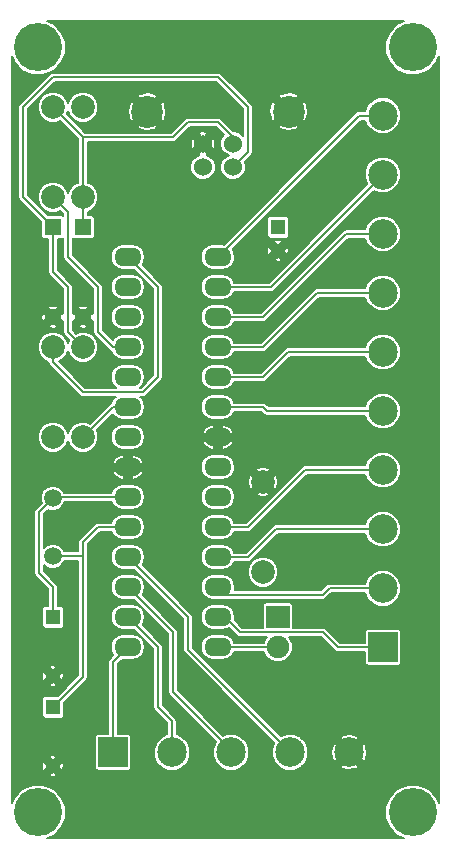
<source format=gbl>
G04 #@! TF.FileFunction,Copper,L2,Bot,Signal*
%FSLAX46Y46*%
G04 Gerber Fmt 4.6, Leading zero omitted, Abs format (unit mm)*
G04 Created by KiCad (PCBNEW 4.0.3-stable) date Wednesday, 09 '09e' November '09e' 2016 14:17:41*
%MOMM*%
%LPD*%
G01*
G04 APERTURE LIST*
%ADD10C,0.100000*%
%ADD11R,1.300000X1.300000*%
%ADD12C,1.300000*%
%ADD13R,1.397000X1.397000*%
%ADD14C,1.397000*%
%ADD15O,2.300000X1.600000*%
%ADD16C,1.524000*%
%ADD17C,2.700020*%
%ADD18C,1.501140*%
%ADD19C,1.998980*%
%ADD20C,2.500000*%
%ADD21R,2.500000X2.500000*%
%ADD22C,4.064000*%
%ADD23R,2.000000X1.900000*%
%ADD24C,1.900000*%
%ADD25C,0.200000*%
G04 APERTURE END LIST*
D10*
D11*
X106680000Y-137160000D03*
D12*
X106680000Y-142160000D03*
D11*
X106680000Y-144780000D03*
D12*
X106680000Y-149780000D03*
D11*
X125730000Y-104140000D03*
D12*
X125730000Y-106140000D03*
D13*
X109220000Y-104140000D03*
D14*
X109220000Y-111760000D03*
D13*
X106680000Y-104140000D03*
D14*
X106680000Y-111760000D03*
D15*
X113030000Y-106680000D03*
X113030000Y-109220000D03*
X113030000Y-111760000D03*
X113030000Y-114300000D03*
X113030000Y-116840000D03*
X113030000Y-119380000D03*
X113030000Y-121920000D03*
X113030000Y-124460000D03*
X113030000Y-127000000D03*
X113030000Y-129540000D03*
X113030000Y-132080000D03*
X113030000Y-134620000D03*
X113030000Y-137160000D03*
X113030000Y-139700000D03*
X120650000Y-139700000D03*
X120650000Y-137160000D03*
X120650000Y-134620000D03*
X120650000Y-132080000D03*
X120650000Y-129540000D03*
X120650000Y-127000000D03*
X120650000Y-124460000D03*
X120650000Y-121920000D03*
X120650000Y-119380000D03*
X120650000Y-116840000D03*
X120650000Y-114300000D03*
X120650000Y-111760000D03*
X120650000Y-109220000D03*
X120650000Y-106680000D03*
D16*
X121920000Y-99060000D03*
X119380000Y-99060000D03*
X119380000Y-97061020D03*
X121920000Y-97061020D03*
D17*
X126649480Y-94361000D03*
X114650520Y-94361000D03*
D18*
X106680000Y-131980940D03*
X106680000Y-127099060D03*
D19*
X106680000Y-114300000D03*
X106680000Y-121920000D03*
X106680000Y-93980000D03*
X106680000Y-101600000D03*
X109220000Y-114300000D03*
X109220000Y-121920000D03*
X109220000Y-93980000D03*
X109220000Y-101600000D03*
D20*
X134620000Y-94700000D03*
X134620000Y-99700000D03*
X134620000Y-104700000D03*
X134620000Y-109700000D03*
X134620000Y-114700000D03*
X134620000Y-119700000D03*
X134620000Y-124700000D03*
X134620000Y-129700000D03*
D21*
X134620000Y-139700000D03*
D20*
X134620000Y-134700000D03*
X131760000Y-148590000D03*
X126760000Y-148590000D03*
X121760000Y-148590000D03*
D21*
X111760000Y-148590000D03*
D20*
X116760000Y-148590000D03*
D22*
X105410000Y-88900000D03*
X137160000Y-88900000D03*
X105410000Y-153670000D03*
X137160000Y-153670000D03*
D23*
X125730000Y-137160000D03*
D24*
X125730000Y-139700000D03*
D19*
X124460000Y-133350000D03*
X124460000Y-125730000D03*
D25*
X106680000Y-137160000D02*
X106680000Y-134620000D01*
X106680000Y-134620000D02*
X105509060Y-133449060D01*
X113030000Y-127000000D02*
X106779060Y-127000000D01*
X106779060Y-127000000D02*
X105509060Y-128270000D01*
X105509060Y-128270000D02*
X105509060Y-133449060D01*
X109220000Y-132080000D02*
X109220000Y-142240000D01*
X109220000Y-142240000D02*
X106680000Y-144780000D01*
X106680000Y-131980940D02*
X109220000Y-131980940D01*
X109220000Y-131980940D02*
X109220000Y-132080000D01*
X113030000Y-129540000D02*
X110490000Y-129540000D01*
X109220000Y-130810000D02*
X109220000Y-132080000D01*
X110490000Y-129540000D02*
X109220000Y-130810000D01*
X109220000Y-96520000D02*
X116840000Y-96520000D01*
X120650000Y-95250000D02*
X121920000Y-96520000D01*
X118110000Y-95250000D02*
X120650000Y-95250000D01*
X116840000Y-96520000D02*
X118110000Y-95250000D01*
X121920000Y-96520000D02*
X121920000Y-97061020D01*
X109220000Y-101600000D02*
X109220000Y-96520000D01*
X109220000Y-96520000D02*
X106680000Y-93980000D01*
X109220000Y-104140000D02*
X109220000Y-101600000D01*
X121920000Y-99060000D02*
X123190000Y-97790000D01*
X104140000Y-101600000D02*
X106680000Y-104140000D01*
X104140000Y-93980000D02*
X104140000Y-101600000D01*
X106680000Y-91440000D02*
X104140000Y-93980000D01*
X120650000Y-91440000D02*
X106680000Y-91440000D01*
X123190000Y-93980000D02*
X120650000Y-91440000D01*
X123190000Y-97790000D02*
X123190000Y-93980000D01*
X109220000Y-114300000D02*
X107950000Y-113030000D01*
X106680000Y-107950000D02*
X106680000Y-104140000D01*
X107950000Y-109220000D02*
X106680000Y-107950000D01*
X107950000Y-113030000D02*
X107950000Y-109220000D01*
X113030000Y-114300000D02*
X111760000Y-114300000D01*
X107950000Y-102870000D02*
X106680000Y-101600000D01*
X107950000Y-106680000D02*
X107950000Y-102870000D01*
X110490000Y-109220000D02*
X107950000Y-106680000D01*
X110490000Y-113030000D02*
X110490000Y-109220000D01*
X111760000Y-114300000D02*
X110490000Y-113030000D01*
X113030000Y-119380000D02*
X111760000Y-119380000D01*
X111760000Y-119380000D02*
X109220000Y-121920000D01*
X113030000Y-132080000D02*
X118110000Y-137160000D01*
X118110000Y-139940000D02*
X126760000Y-148590000D01*
X118110000Y-137160000D02*
X118110000Y-139940000D01*
X121760000Y-148590000D02*
X121760000Y-148430000D01*
X121760000Y-148430000D02*
X116840000Y-143510000D01*
X116840000Y-143510000D02*
X116840000Y-138430000D01*
X113030000Y-134620000D02*
X116840000Y-138430000D01*
X116760000Y-148590000D02*
X116760000Y-145970000D01*
X116760000Y-145970000D02*
X115570000Y-144780000D01*
X115570000Y-139700000D02*
X113030000Y-137160000D01*
X115570000Y-144780000D02*
X115570000Y-139700000D01*
X116760000Y-148590000D02*
X116760000Y-148510000D01*
X113030000Y-139700000D02*
X111760000Y-140970000D01*
X111760000Y-140970000D02*
X111760000Y-148590000D01*
X120650000Y-137160000D02*
X121285000Y-137160000D01*
X121285000Y-137160000D02*
X122555000Y-138430000D01*
X122555000Y-138430000D02*
X129540000Y-138430000D01*
X129540000Y-138430000D02*
X130810000Y-139700000D01*
X130810000Y-139700000D02*
X134620000Y-139700000D01*
X134620000Y-119700000D02*
X124780000Y-119700000D01*
X124780000Y-119700000D02*
X124460000Y-119380000D01*
X124460000Y-119380000D02*
X120650000Y-119380000D01*
X134620000Y-114700000D02*
X126600000Y-114700000D01*
X126600000Y-114700000D02*
X124460000Y-116840000D01*
X124460000Y-116840000D02*
X120650000Y-116840000D01*
X134620000Y-109700000D02*
X129060000Y-109700000D01*
X129060000Y-109700000D02*
X124460000Y-114300000D01*
X124460000Y-114300000D02*
X120650000Y-114300000D01*
X134620000Y-104700000D02*
X131520000Y-104700000D01*
X131520000Y-104700000D02*
X124460000Y-111760000D01*
X120650000Y-111760000D02*
X124460000Y-111760000D01*
X120650000Y-109220000D02*
X125100000Y-109220000D01*
X125100000Y-109220000D02*
X134620000Y-99700000D01*
X134620000Y-94700000D02*
X132630000Y-94700000D01*
X132630000Y-94700000D02*
X120650000Y-106680000D01*
X106680000Y-114300000D02*
X106680000Y-115570000D01*
X115570000Y-109220000D02*
X113030000Y-106680000D01*
X115570000Y-116840000D02*
X115570000Y-109220000D01*
X114300000Y-118110000D02*
X115570000Y-116840000D01*
X109220000Y-118110000D02*
X114300000Y-118110000D01*
X106680000Y-115570000D02*
X109220000Y-118110000D01*
X120650000Y-134620000D02*
X121285000Y-135255000D01*
X121285000Y-135255000D02*
X129540000Y-135255000D01*
X129540000Y-135255000D02*
X130095000Y-134700000D01*
X134620000Y-134700000D02*
X130095000Y-134700000D01*
X127000000Y-129700000D02*
X125570000Y-129700000D01*
X125570000Y-129700000D02*
X123190000Y-132080000D01*
X134620000Y-129700000D02*
X127000000Y-129700000D01*
X123190000Y-132080000D02*
X120650000Y-132080000D01*
X129540000Y-124700000D02*
X128030000Y-124700000D01*
X128030000Y-124700000D02*
X123190000Y-129540000D01*
X134620000Y-124700000D02*
X129540000Y-124700000D01*
X120650000Y-129540000D02*
X123190000Y-129540000D01*
X120650000Y-139700000D02*
X125730000Y-139700000D01*
G36*
X135840754Y-86921873D02*
X135184179Y-87577303D01*
X134828405Y-88434101D01*
X134827596Y-89361828D01*
X135181873Y-90219246D01*
X135837303Y-90875821D01*
X136694101Y-91231595D01*
X137621828Y-91232404D01*
X138479246Y-90878127D01*
X139135821Y-90222697D01*
X139365000Y-89670773D01*
X139365000Y-152899830D01*
X139138127Y-152350754D01*
X138482697Y-151694179D01*
X137625899Y-151338405D01*
X136698172Y-151337596D01*
X135840754Y-151691873D01*
X135184179Y-152347303D01*
X134828405Y-153204101D01*
X134827596Y-154131828D01*
X135181873Y-154989246D01*
X135837303Y-155645821D01*
X136389227Y-155875000D01*
X106180170Y-155875000D01*
X106729246Y-155648127D01*
X107385821Y-154992697D01*
X107741595Y-154135899D01*
X107742404Y-153208172D01*
X107388127Y-152350754D01*
X106732697Y-151694179D01*
X105875899Y-151338405D01*
X104948172Y-151337596D01*
X104090754Y-151691873D01*
X103434179Y-152347303D01*
X103205000Y-152899227D01*
X103205000Y-150564178D01*
X106320086Y-150564178D01*
X106406636Y-150666643D01*
X106766749Y-150703764D01*
X106953364Y-150666643D01*
X107039914Y-150564178D01*
X106680000Y-150204264D01*
X106320086Y-150564178D01*
X103205000Y-150564178D01*
X103205000Y-149866749D01*
X105756236Y-149866749D01*
X105793357Y-150053364D01*
X105895822Y-150139914D01*
X106255736Y-149780000D01*
X107104264Y-149780000D01*
X107464178Y-150139914D01*
X107566643Y-150053364D01*
X107603764Y-149693251D01*
X107566643Y-149506636D01*
X107464178Y-149420086D01*
X107104264Y-149780000D01*
X106255736Y-149780000D01*
X105895822Y-149420086D01*
X105793357Y-149506636D01*
X105756236Y-149866749D01*
X103205000Y-149866749D01*
X103205000Y-148995822D01*
X106320086Y-148995822D01*
X106680000Y-149355736D01*
X107039914Y-148995822D01*
X106953364Y-148893357D01*
X106593251Y-148856236D01*
X106406636Y-148893357D01*
X106320086Y-148995822D01*
X103205000Y-148995822D01*
X103205000Y-147340000D01*
X110204123Y-147340000D01*
X110204123Y-149840000D01*
X110225042Y-149951173D01*
X110290745Y-150053279D01*
X110390997Y-150121778D01*
X110510000Y-150145877D01*
X113010000Y-150145877D01*
X113121173Y-150124958D01*
X113223279Y-150059255D01*
X113291778Y-149959003D01*
X113315877Y-149840000D01*
X113315877Y-147340000D01*
X113294958Y-147228827D01*
X113229255Y-147126721D01*
X113129003Y-147058222D01*
X113010000Y-147034123D01*
X112160000Y-147034123D01*
X112160000Y-141135686D01*
X112521553Y-140774133D01*
X112651593Y-140800000D01*
X113408407Y-140800000D01*
X113829359Y-140716267D01*
X114186224Y-140477817D01*
X114424674Y-140120952D01*
X114508407Y-139700000D01*
X114424674Y-139279048D01*
X114186224Y-138922183D01*
X113829359Y-138683733D01*
X113408407Y-138600000D01*
X112651593Y-138600000D01*
X112230641Y-138683733D01*
X111873776Y-138922183D01*
X111635326Y-139279048D01*
X111551593Y-139700000D01*
X111635326Y-140120952D01*
X111798762Y-140365552D01*
X111477157Y-140687157D01*
X111390448Y-140816926D01*
X111390448Y-140816927D01*
X111360000Y-140970000D01*
X111360000Y-147034123D01*
X110510000Y-147034123D01*
X110398827Y-147055042D01*
X110296721Y-147120745D01*
X110228222Y-147220997D01*
X110204123Y-147340000D01*
X103205000Y-147340000D01*
X103205000Y-142944178D01*
X106320086Y-142944178D01*
X106406636Y-143046643D01*
X106766749Y-143083764D01*
X106953364Y-143046643D01*
X107039914Y-142944178D01*
X106680000Y-142584264D01*
X106320086Y-142944178D01*
X103205000Y-142944178D01*
X103205000Y-142246749D01*
X105756236Y-142246749D01*
X105793357Y-142433364D01*
X105895822Y-142519914D01*
X106255736Y-142160000D01*
X107104264Y-142160000D01*
X107464178Y-142519914D01*
X107566643Y-142433364D01*
X107603764Y-142073251D01*
X107566643Y-141886636D01*
X107464178Y-141800086D01*
X107104264Y-142160000D01*
X106255736Y-142160000D01*
X105895822Y-141800086D01*
X105793357Y-141886636D01*
X105756236Y-142246749D01*
X103205000Y-142246749D01*
X103205000Y-141375822D01*
X106320086Y-141375822D01*
X106680000Y-141735736D01*
X107039914Y-141375822D01*
X106953364Y-141273357D01*
X106593251Y-141236236D01*
X106406636Y-141273357D01*
X106320086Y-141375822D01*
X103205000Y-141375822D01*
X103205000Y-128270000D01*
X105109060Y-128270000D01*
X105109060Y-133449060D01*
X105139508Y-133602134D01*
X105226217Y-133731903D01*
X106280000Y-134785686D01*
X106280000Y-136204123D01*
X106030000Y-136204123D01*
X105918827Y-136225042D01*
X105816721Y-136290745D01*
X105748222Y-136390997D01*
X105724123Y-136510000D01*
X105724123Y-137810000D01*
X105745042Y-137921173D01*
X105810745Y-138023279D01*
X105910997Y-138091778D01*
X106030000Y-138115877D01*
X107330000Y-138115877D01*
X107441173Y-138094958D01*
X107543279Y-138029255D01*
X107611778Y-137929003D01*
X107635877Y-137810000D01*
X107635877Y-136510000D01*
X107614958Y-136398827D01*
X107549255Y-136296721D01*
X107449003Y-136228222D01*
X107330000Y-136204123D01*
X107080000Y-136204123D01*
X107080000Y-134620000D01*
X107049552Y-134466927D01*
X107049552Y-134466926D01*
X106962843Y-134337157D01*
X105909060Y-133283374D01*
X105909060Y-132695682D01*
X106084123Y-132871051D01*
X106470112Y-133031327D01*
X106888055Y-133031692D01*
X107274323Y-132872089D01*
X107570111Y-132576817D01*
X107651446Y-132380940D01*
X108820000Y-132380940D01*
X108820000Y-142074315D01*
X107070191Y-143824123D01*
X106030000Y-143824123D01*
X105918827Y-143845042D01*
X105816721Y-143910745D01*
X105748222Y-144010997D01*
X105724123Y-144130000D01*
X105724123Y-145430000D01*
X105745042Y-145541173D01*
X105810745Y-145643279D01*
X105910997Y-145711778D01*
X106030000Y-145735877D01*
X107330000Y-145735877D01*
X107441173Y-145714958D01*
X107543279Y-145649255D01*
X107611778Y-145549003D01*
X107635877Y-145430000D01*
X107635877Y-144389809D01*
X109502840Y-142522845D01*
X109502843Y-142522843D01*
X109589552Y-142393073D01*
X109620000Y-142240000D01*
X109620000Y-137160000D01*
X111551593Y-137160000D01*
X111635326Y-137580952D01*
X111873776Y-137937817D01*
X112230641Y-138176267D01*
X112651593Y-138260000D01*
X113408407Y-138260000D01*
X113538448Y-138234133D01*
X115170000Y-139865685D01*
X115170000Y-144780000D01*
X115200448Y-144933074D01*
X115287157Y-145062843D01*
X116360000Y-146135686D01*
X116360000Y-147078175D01*
X115883143Y-147275208D01*
X115446740Y-147710849D01*
X115210270Y-148280333D01*
X115209732Y-148896961D01*
X115445208Y-149466857D01*
X115880849Y-149903260D01*
X116450333Y-150139730D01*
X117066961Y-150140268D01*
X117636857Y-149904792D01*
X118073260Y-149469151D01*
X118309730Y-148899667D01*
X118310268Y-148283039D01*
X118074792Y-147713143D01*
X117639151Y-147276740D01*
X117160000Y-147077779D01*
X117160000Y-145970000D01*
X117129552Y-145816927D01*
X117129552Y-145816926D01*
X117042843Y-145687157D01*
X115970000Y-144614314D01*
X115970000Y-139700000D01*
X115939552Y-139546927D01*
X115852843Y-139417157D01*
X115852840Y-139417155D01*
X114261237Y-137825552D01*
X114424674Y-137580952D01*
X114508407Y-137160000D01*
X114424674Y-136739048D01*
X114186224Y-136382183D01*
X113829359Y-136143733D01*
X113408407Y-136060000D01*
X112651593Y-136060000D01*
X112230641Y-136143733D01*
X111873776Y-136382183D01*
X111635326Y-136739048D01*
X111551593Y-137160000D01*
X109620000Y-137160000D01*
X109620000Y-134620000D01*
X111551593Y-134620000D01*
X111635326Y-135040952D01*
X111873776Y-135397817D01*
X112230641Y-135636267D01*
X112651593Y-135720000D01*
X113408407Y-135720000D01*
X113538447Y-135694133D01*
X116440000Y-138595685D01*
X116440000Y-143510000D01*
X116470448Y-143663074D01*
X116557157Y-143792843D01*
X120460964Y-147696650D01*
X120446740Y-147710849D01*
X120210270Y-148280333D01*
X120209732Y-148896961D01*
X120445208Y-149466857D01*
X120880849Y-149903260D01*
X121450333Y-150139730D01*
X122066961Y-150140268D01*
X122636857Y-149904792D01*
X123073260Y-149469151D01*
X123309730Y-148899667D01*
X123310268Y-148283039D01*
X123074792Y-147713143D01*
X122639151Y-147276740D01*
X122069667Y-147040270D01*
X121453039Y-147039732D01*
X121086761Y-147191075D01*
X117240000Y-143344314D01*
X117240000Y-138430005D01*
X117240001Y-138430000D01*
X117209552Y-138276926D01*
X117166198Y-138212042D01*
X117122843Y-138147157D01*
X117122840Y-138147155D01*
X114261237Y-135285552D01*
X114424674Y-135040952D01*
X114508407Y-134620000D01*
X114424674Y-134199048D01*
X114186224Y-133842183D01*
X113829359Y-133603733D01*
X113408407Y-133520000D01*
X112651593Y-133520000D01*
X112230641Y-133603733D01*
X111873776Y-133842183D01*
X111635326Y-134199048D01*
X111551593Y-134620000D01*
X109620000Y-134620000D01*
X109620000Y-132080000D01*
X111551593Y-132080000D01*
X111635326Y-132500952D01*
X111873776Y-132857817D01*
X112230641Y-133096267D01*
X112651593Y-133180000D01*
X113408407Y-133180000D01*
X113538447Y-133154133D01*
X117710000Y-137325686D01*
X117710000Y-139940000D01*
X117740448Y-140093074D01*
X117827157Y-140222843D01*
X125408135Y-147803820D01*
X125210270Y-148280333D01*
X125209732Y-148896961D01*
X125445208Y-149466857D01*
X125880849Y-149903260D01*
X126450333Y-150139730D01*
X127066961Y-150140268D01*
X127636857Y-149904792D01*
X127718780Y-149823012D01*
X130951252Y-149823012D01*
X131115108Y-149988009D01*
X131699192Y-150128381D01*
X132292533Y-150034548D01*
X132404892Y-149988009D01*
X132568748Y-149823012D01*
X131760000Y-149014264D01*
X130951252Y-149823012D01*
X127718780Y-149823012D01*
X128073260Y-149469151D01*
X128309730Y-148899667D01*
X128310053Y-148529192D01*
X130221619Y-148529192D01*
X130315452Y-149122533D01*
X130361991Y-149234892D01*
X130526988Y-149398748D01*
X131335736Y-148590000D01*
X132184264Y-148590000D01*
X132993012Y-149398748D01*
X133158009Y-149234892D01*
X133298381Y-148650808D01*
X133204548Y-148057467D01*
X133158009Y-147945108D01*
X132993012Y-147781252D01*
X132184264Y-148590000D01*
X131335736Y-148590000D01*
X130526988Y-147781252D01*
X130361991Y-147945108D01*
X130221619Y-148529192D01*
X128310053Y-148529192D01*
X128310268Y-148283039D01*
X128074792Y-147713143D01*
X127719259Y-147356988D01*
X130951252Y-147356988D01*
X131760000Y-148165736D01*
X132568748Y-147356988D01*
X132404892Y-147191991D01*
X131820808Y-147051619D01*
X131227467Y-147145452D01*
X131115108Y-147191991D01*
X130951252Y-147356988D01*
X127719259Y-147356988D01*
X127639151Y-147276740D01*
X127069667Y-147040270D01*
X126453039Y-147039732D01*
X125973541Y-147237856D01*
X118510000Y-139774314D01*
X118510000Y-137160000D01*
X119171593Y-137160000D01*
X119255326Y-137580952D01*
X119493776Y-137937817D01*
X119850641Y-138176267D01*
X120271593Y-138260000D01*
X121028407Y-138260000D01*
X121449359Y-138176267D01*
X121620936Y-138061622D01*
X122272157Y-138712843D01*
X122401926Y-138799552D01*
X122555000Y-138830000D01*
X124832208Y-138830000D01*
X124670919Y-138991007D01*
X124542614Y-139300000D01*
X122048842Y-139300000D01*
X122044674Y-139279048D01*
X121806224Y-138922183D01*
X121449359Y-138683733D01*
X121028407Y-138600000D01*
X120271593Y-138600000D01*
X119850641Y-138683733D01*
X119493776Y-138922183D01*
X119255326Y-139279048D01*
X119171593Y-139700000D01*
X119255326Y-140120952D01*
X119493776Y-140477817D01*
X119850641Y-140716267D01*
X120271593Y-140800000D01*
X121028407Y-140800000D01*
X121449359Y-140716267D01*
X121806224Y-140477817D01*
X122044674Y-140120952D01*
X122048842Y-140100000D01*
X124542774Y-140100000D01*
X124669684Y-140407143D01*
X125021007Y-140759081D01*
X125480269Y-140949783D01*
X125977550Y-140950217D01*
X126437143Y-140760316D01*
X126789081Y-140408993D01*
X126979783Y-139949731D01*
X126980217Y-139452450D01*
X126790316Y-138992857D01*
X126627744Y-138830000D01*
X129374314Y-138830000D01*
X130527157Y-139982843D01*
X130656926Y-140069552D01*
X130810000Y-140100000D01*
X133064123Y-140100000D01*
X133064123Y-140950000D01*
X133085042Y-141061173D01*
X133150745Y-141163279D01*
X133250997Y-141231778D01*
X133370000Y-141255877D01*
X135870000Y-141255877D01*
X135981173Y-141234958D01*
X136083279Y-141169255D01*
X136151778Y-141069003D01*
X136175877Y-140950000D01*
X136175877Y-138450000D01*
X136154958Y-138338827D01*
X136089255Y-138236721D01*
X135989003Y-138168222D01*
X135870000Y-138144123D01*
X133370000Y-138144123D01*
X133258827Y-138165042D01*
X133156721Y-138230745D01*
X133088222Y-138330997D01*
X133064123Y-138450000D01*
X133064123Y-139300000D01*
X130975686Y-139300000D01*
X129822843Y-138147157D01*
X129693074Y-138060448D01*
X129540000Y-138030000D01*
X127035877Y-138030000D01*
X127035877Y-136210000D01*
X127014958Y-136098827D01*
X126949255Y-135996721D01*
X126849003Y-135928222D01*
X126730000Y-135904123D01*
X124730000Y-135904123D01*
X124618827Y-135925042D01*
X124516721Y-135990745D01*
X124448222Y-136090997D01*
X124424123Y-136210000D01*
X124424123Y-138030000D01*
X122720686Y-138030000D01*
X122082330Y-137391644D01*
X122128407Y-137160000D01*
X122044674Y-136739048D01*
X121806224Y-136382183D01*
X121449359Y-136143733D01*
X121028407Y-136060000D01*
X120271593Y-136060000D01*
X119850641Y-136143733D01*
X119493776Y-136382183D01*
X119255326Y-136739048D01*
X119171593Y-137160000D01*
X118510000Y-137160000D01*
X118479552Y-137006927D01*
X118479552Y-137006926D01*
X118392843Y-136877157D01*
X116135686Y-134620000D01*
X119171593Y-134620000D01*
X119255326Y-135040952D01*
X119493776Y-135397817D01*
X119850641Y-135636267D01*
X120271593Y-135720000D01*
X121028407Y-135720000D01*
X121355182Y-135655000D01*
X129540000Y-135655000D01*
X129693074Y-135624552D01*
X129822843Y-135537843D01*
X130260685Y-135100000D01*
X133108175Y-135100000D01*
X133305208Y-135576857D01*
X133740849Y-136013260D01*
X134310333Y-136249730D01*
X134926961Y-136250268D01*
X135496857Y-136014792D01*
X135933260Y-135579151D01*
X136169730Y-135009667D01*
X136170268Y-134393039D01*
X135934792Y-133823143D01*
X135499151Y-133386740D01*
X134929667Y-133150270D01*
X134313039Y-133149732D01*
X133743143Y-133385208D01*
X133306740Y-133820849D01*
X133107779Y-134300000D01*
X130095005Y-134300000D01*
X130095000Y-134299999D01*
X129941927Y-134330448D01*
X129812157Y-134417157D01*
X129812155Y-134417160D01*
X129374314Y-134855000D01*
X122081662Y-134855000D01*
X122128407Y-134620000D01*
X122044674Y-134199048D01*
X121806224Y-133842183D01*
X121454774Y-133607351D01*
X123160284Y-133607351D01*
X123357703Y-134085141D01*
X123722937Y-134451012D01*
X124200381Y-134649264D01*
X124717351Y-134649716D01*
X125195141Y-134452297D01*
X125561012Y-134087063D01*
X125759264Y-133609619D01*
X125759716Y-133092649D01*
X125562297Y-132614859D01*
X125197063Y-132248988D01*
X124719619Y-132050736D01*
X124202649Y-132050284D01*
X123724859Y-132247703D01*
X123358988Y-132612937D01*
X123160736Y-133090381D01*
X123160284Y-133607351D01*
X121454774Y-133607351D01*
X121449359Y-133603733D01*
X121028407Y-133520000D01*
X120271593Y-133520000D01*
X119850641Y-133603733D01*
X119493776Y-133842183D01*
X119255326Y-134199048D01*
X119171593Y-134620000D01*
X116135686Y-134620000D01*
X114261238Y-132745552D01*
X114424674Y-132500952D01*
X114508407Y-132080000D01*
X119171593Y-132080000D01*
X119255326Y-132500952D01*
X119493776Y-132857817D01*
X119850641Y-133096267D01*
X120271593Y-133180000D01*
X121028407Y-133180000D01*
X121449359Y-133096267D01*
X121806224Y-132857817D01*
X122044674Y-132500952D01*
X122048842Y-132480000D01*
X123190000Y-132480000D01*
X123343074Y-132449552D01*
X123472843Y-132362843D01*
X125735686Y-130100000D01*
X133108175Y-130100000D01*
X133305208Y-130576857D01*
X133740849Y-131013260D01*
X134310333Y-131249730D01*
X134926961Y-131250268D01*
X135496857Y-131014792D01*
X135933260Y-130579151D01*
X136169730Y-130009667D01*
X136170268Y-129393039D01*
X135934792Y-128823143D01*
X135499151Y-128386740D01*
X134929667Y-128150270D01*
X134313039Y-128149732D01*
X133743143Y-128385208D01*
X133306740Y-128820849D01*
X133107779Y-129300000D01*
X125570000Y-129300000D01*
X125416927Y-129330448D01*
X125287157Y-129417157D01*
X123024314Y-131680000D01*
X122048842Y-131680000D01*
X122044674Y-131659048D01*
X121806224Y-131302183D01*
X121449359Y-131063733D01*
X121028407Y-130980000D01*
X120271593Y-130980000D01*
X119850641Y-131063733D01*
X119493776Y-131302183D01*
X119255326Y-131659048D01*
X119171593Y-132080000D01*
X114508407Y-132080000D01*
X114424674Y-131659048D01*
X114186224Y-131302183D01*
X113829359Y-131063733D01*
X113408407Y-130980000D01*
X112651593Y-130980000D01*
X112230641Y-131063733D01*
X111873776Y-131302183D01*
X111635326Y-131659048D01*
X111551593Y-132080000D01*
X109620000Y-132080000D01*
X109620000Y-130975686D01*
X110655686Y-129940000D01*
X111631158Y-129940000D01*
X111635326Y-129960952D01*
X111873776Y-130317817D01*
X112230641Y-130556267D01*
X112651593Y-130640000D01*
X113408407Y-130640000D01*
X113829359Y-130556267D01*
X114186224Y-130317817D01*
X114424674Y-129960952D01*
X114508407Y-129540000D01*
X119171593Y-129540000D01*
X119255326Y-129960952D01*
X119493776Y-130317817D01*
X119850641Y-130556267D01*
X120271593Y-130640000D01*
X121028407Y-130640000D01*
X121449359Y-130556267D01*
X121806224Y-130317817D01*
X122044674Y-129960952D01*
X122048842Y-129940000D01*
X123190000Y-129940000D01*
X123343074Y-129909552D01*
X123472843Y-129822843D01*
X128195685Y-125100000D01*
X133108175Y-125100000D01*
X133305208Y-125576857D01*
X133740849Y-126013260D01*
X134310333Y-126249730D01*
X134926961Y-126250268D01*
X135496857Y-126014792D01*
X135933260Y-125579151D01*
X136169730Y-125009667D01*
X136170268Y-124393039D01*
X135934792Y-123823143D01*
X135499151Y-123386740D01*
X134929667Y-123150270D01*
X134313039Y-123149732D01*
X133743143Y-123385208D01*
X133306740Y-123820849D01*
X133107779Y-124300000D01*
X128030005Y-124300000D01*
X128030000Y-124299999D01*
X127876926Y-124330448D01*
X127812042Y-124373803D01*
X127747157Y-124417157D01*
X127747155Y-124417160D01*
X123024314Y-129140000D01*
X122048842Y-129140000D01*
X122044674Y-129119048D01*
X121806224Y-128762183D01*
X121449359Y-128523733D01*
X121028407Y-128440000D01*
X120271593Y-128440000D01*
X119850641Y-128523733D01*
X119493776Y-128762183D01*
X119255326Y-129119048D01*
X119171593Y-129540000D01*
X114508407Y-129540000D01*
X114424674Y-129119048D01*
X114186224Y-128762183D01*
X113829359Y-128523733D01*
X113408407Y-128440000D01*
X112651593Y-128440000D01*
X112230641Y-128523733D01*
X111873776Y-128762183D01*
X111635326Y-129119048D01*
X111631158Y-129140000D01*
X110490000Y-129140000D01*
X110336926Y-129170448D01*
X110207157Y-129257157D01*
X108937157Y-130527157D01*
X108850448Y-130656926D01*
X108850448Y-130656927D01*
X108820000Y-130810000D01*
X108820000Y-131580940D01*
X107651442Y-131580940D01*
X107571149Y-131386617D01*
X107275877Y-131090829D01*
X106889888Y-130930553D01*
X106471945Y-130930188D01*
X106085677Y-131089791D01*
X105909060Y-131266100D01*
X105909060Y-128435686D01*
X106275930Y-128068816D01*
X106470112Y-128149447D01*
X106888055Y-128149812D01*
X107274323Y-127990209D01*
X107570111Y-127694937D01*
X107692579Y-127400000D01*
X111631158Y-127400000D01*
X111635326Y-127420952D01*
X111873776Y-127777817D01*
X112230641Y-128016267D01*
X112651593Y-128100000D01*
X113408407Y-128100000D01*
X113829359Y-128016267D01*
X114186224Y-127777817D01*
X114424674Y-127420952D01*
X114508407Y-127000000D01*
X119171593Y-127000000D01*
X119255326Y-127420952D01*
X119493776Y-127777817D01*
X119850641Y-128016267D01*
X120271593Y-128100000D01*
X121028407Y-128100000D01*
X121449359Y-128016267D01*
X121806224Y-127777817D01*
X122044674Y-127420952D01*
X122128407Y-127000000D01*
X122084190Y-126777705D01*
X123836560Y-126777705D01*
X123968778Y-126916499D01*
X124460223Y-127014165D01*
X124951222Y-126916499D01*
X125083440Y-126777705D01*
X124460000Y-126154264D01*
X123836560Y-126777705D01*
X122084190Y-126777705D01*
X122044674Y-126579048D01*
X121806224Y-126222183D01*
X121449359Y-125983733D01*
X121028407Y-125900000D01*
X120271593Y-125900000D01*
X119850641Y-125983733D01*
X119493776Y-126222183D01*
X119255326Y-126579048D01*
X119171593Y-127000000D01*
X114508407Y-127000000D01*
X114424674Y-126579048D01*
X114186224Y-126222183D01*
X113829359Y-125983733D01*
X113408407Y-125900000D01*
X112651593Y-125900000D01*
X112230641Y-125983733D01*
X111873776Y-126222183D01*
X111635326Y-126579048D01*
X111631158Y-126600000D01*
X107610511Y-126600000D01*
X107571149Y-126504737D01*
X107275877Y-126208949D01*
X106889888Y-126048673D01*
X106471945Y-126048308D01*
X106085677Y-126207911D01*
X105789889Y-126503183D01*
X105629613Y-126889172D01*
X105629248Y-127307115D01*
X105710241Y-127503133D01*
X105226217Y-127987157D01*
X105139508Y-128116926D01*
X105139508Y-128116927D01*
X105109060Y-128270000D01*
X103205000Y-128270000D01*
X103205000Y-125730223D01*
X123175835Y-125730223D01*
X123273501Y-126221222D01*
X123412295Y-126353440D01*
X124035736Y-125730000D01*
X124884264Y-125730000D01*
X125507705Y-126353440D01*
X125646499Y-126221222D01*
X125744165Y-125729777D01*
X125646499Y-125238778D01*
X125507705Y-125106560D01*
X124884264Y-125730000D01*
X124035736Y-125730000D01*
X123412295Y-125106560D01*
X123273501Y-125238778D01*
X123175835Y-125730223D01*
X103205000Y-125730223D01*
X103205000Y-124915347D01*
X111722786Y-124915347D01*
X111846130Y-125127645D01*
X112165101Y-125395932D01*
X112562461Y-125521732D01*
X112730000Y-125462047D01*
X112730000Y-124760000D01*
X113330000Y-124760000D01*
X113330000Y-125462047D01*
X113497539Y-125521732D01*
X113894899Y-125395932D01*
X114213870Y-125127645D01*
X114337214Y-124915347D01*
X114328696Y-124760000D01*
X113330000Y-124760000D01*
X112730000Y-124760000D01*
X111731304Y-124760000D01*
X111722786Y-124915347D01*
X103205000Y-124915347D01*
X103205000Y-124460000D01*
X119171593Y-124460000D01*
X119255326Y-124880952D01*
X119493776Y-125237817D01*
X119850641Y-125476267D01*
X120271593Y-125560000D01*
X121028407Y-125560000D01*
X121449359Y-125476267D01*
X121806224Y-125237817D01*
X122044674Y-124880952D01*
X122084189Y-124682295D01*
X123836560Y-124682295D01*
X124460000Y-125305736D01*
X125083440Y-124682295D01*
X124951222Y-124543501D01*
X124459777Y-124445835D01*
X123968778Y-124543501D01*
X123836560Y-124682295D01*
X122084189Y-124682295D01*
X122128407Y-124460000D01*
X122044674Y-124039048D01*
X121806224Y-123682183D01*
X121449359Y-123443733D01*
X121028407Y-123360000D01*
X120271593Y-123360000D01*
X119850641Y-123443733D01*
X119493776Y-123682183D01*
X119255326Y-124039048D01*
X119171593Y-124460000D01*
X103205000Y-124460000D01*
X103205000Y-124004653D01*
X111722786Y-124004653D01*
X111731304Y-124160000D01*
X112730000Y-124160000D01*
X112730000Y-123457953D01*
X113330000Y-123457953D01*
X113330000Y-124160000D01*
X114328696Y-124160000D01*
X114337214Y-124004653D01*
X114213870Y-123792355D01*
X113894899Y-123524068D01*
X113497539Y-123398268D01*
X113330000Y-123457953D01*
X112730000Y-123457953D01*
X112562461Y-123398268D01*
X112165101Y-123524068D01*
X111846130Y-123792355D01*
X111722786Y-124004653D01*
X103205000Y-124004653D01*
X103205000Y-112581333D01*
X106282931Y-112581333D01*
X106376010Y-112688797D01*
X106754585Y-112734428D01*
X106983990Y-112688797D01*
X107077069Y-112581333D01*
X106680000Y-112184264D01*
X106282931Y-112581333D01*
X103205000Y-112581333D01*
X103205000Y-111834585D01*
X105705572Y-111834585D01*
X105751203Y-112063990D01*
X105858667Y-112157069D01*
X106255736Y-111760000D01*
X105858667Y-111362931D01*
X105751203Y-111456010D01*
X105705572Y-111834585D01*
X103205000Y-111834585D01*
X103205000Y-110938667D01*
X106282931Y-110938667D01*
X106680000Y-111335736D01*
X107077069Y-110938667D01*
X106983990Y-110831203D01*
X106605415Y-110785572D01*
X106376010Y-110831203D01*
X106282931Y-110938667D01*
X103205000Y-110938667D01*
X103205000Y-93980000D01*
X103740000Y-93980000D01*
X103740000Y-101600000D01*
X103770448Y-101753074D01*
X103857157Y-101882843D01*
X105675623Y-103701308D01*
X105675623Y-104838500D01*
X105696542Y-104949673D01*
X105762245Y-105051779D01*
X105862497Y-105120278D01*
X105981500Y-105144377D01*
X106280000Y-105144377D01*
X106280000Y-107950000D01*
X106310448Y-108103074D01*
X106397157Y-108232843D01*
X107550000Y-109385686D01*
X107550000Y-111405083D01*
X107501333Y-111362931D01*
X107104264Y-111760000D01*
X107501333Y-112157069D01*
X107550000Y-112114917D01*
X107550000Y-113030000D01*
X107580448Y-113183074D01*
X107667157Y-113312843D01*
X108059798Y-113705484D01*
X107949829Y-113970317D01*
X107782297Y-113564859D01*
X107417063Y-113198988D01*
X106939619Y-113000736D01*
X106422649Y-113000284D01*
X105944859Y-113197703D01*
X105578988Y-113562937D01*
X105380736Y-114040381D01*
X105380284Y-114557351D01*
X105577703Y-115035141D01*
X105942937Y-115401012D01*
X106280000Y-115540973D01*
X106280000Y-115570000D01*
X106310448Y-115723074D01*
X106397157Y-115852843D01*
X108937155Y-118392840D01*
X108937157Y-118392843D01*
X109066927Y-118479552D01*
X109220000Y-118510000D01*
X112011737Y-118510000D01*
X111873776Y-118602183D01*
X111635326Y-118959048D01*
X111625851Y-119006684D01*
X111606927Y-119010448D01*
X111477157Y-119097157D01*
X111477155Y-119097160D01*
X109814517Y-120759798D01*
X109479619Y-120620736D01*
X108962649Y-120620284D01*
X108484859Y-120817703D01*
X108118988Y-121182937D01*
X107949829Y-121590317D01*
X107782297Y-121184859D01*
X107417063Y-120818988D01*
X106939619Y-120620736D01*
X106422649Y-120620284D01*
X105944859Y-120817703D01*
X105578988Y-121182937D01*
X105380736Y-121660381D01*
X105380284Y-122177351D01*
X105577703Y-122655141D01*
X105942937Y-123021012D01*
X106420381Y-123219264D01*
X106937351Y-123219716D01*
X107415141Y-123022297D01*
X107781012Y-122657063D01*
X107950171Y-122249683D01*
X108117703Y-122655141D01*
X108482937Y-123021012D01*
X108960381Y-123219264D01*
X109477351Y-123219716D01*
X109955141Y-123022297D01*
X110321012Y-122657063D01*
X110519264Y-122179619D01*
X110519490Y-121920000D01*
X111551593Y-121920000D01*
X111635326Y-122340952D01*
X111873776Y-122697817D01*
X112230641Y-122936267D01*
X112651593Y-123020000D01*
X113408407Y-123020000D01*
X113829359Y-122936267D01*
X114186224Y-122697817D01*
X114401691Y-122375347D01*
X119342786Y-122375347D01*
X119466130Y-122587645D01*
X119785101Y-122855932D01*
X120182461Y-122981732D01*
X120350000Y-122922047D01*
X120350000Y-122220000D01*
X120950000Y-122220000D01*
X120950000Y-122922047D01*
X121117539Y-122981732D01*
X121514899Y-122855932D01*
X121833870Y-122587645D01*
X121957214Y-122375347D01*
X121948696Y-122220000D01*
X120950000Y-122220000D01*
X120350000Y-122220000D01*
X119351304Y-122220000D01*
X119342786Y-122375347D01*
X114401691Y-122375347D01*
X114424674Y-122340952D01*
X114508407Y-121920000D01*
X114424674Y-121499048D01*
X114401692Y-121464653D01*
X119342786Y-121464653D01*
X119351304Y-121620000D01*
X120350000Y-121620000D01*
X120350000Y-120917953D01*
X120950000Y-120917953D01*
X120950000Y-121620000D01*
X121948696Y-121620000D01*
X121957214Y-121464653D01*
X121833870Y-121252355D01*
X121514899Y-120984068D01*
X121117539Y-120858268D01*
X120950000Y-120917953D01*
X120350000Y-120917953D01*
X120182461Y-120858268D01*
X119785101Y-120984068D01*
X119466130Y-121252355D01*
X119342786Y-121464653D01*
X114401692Y-121464653D01*
X114186224Y-121142183D01*
X113829359Y-120903733D01*
X113408407Y-120820000D01*
X112651593Y-120820000D01*
X112230641Y-120903733D01*
X111873776Y-121142183D01*
X111635326Y-121499048D01*
X111551593Y-121920000D01*
X110519490Y-121920000D01*
X110519716Y-121662649D01*
X110380344Y-121325342D01*
X111743235Y-119962450D01*
X111873776Y-120157817D01*
X112230641Y-120396267D01*
X112651593Y-120480000D01*
X113408407Y-120480000D01*
X113829359Y-120396267D01*
X114186224Y-120157817D01*
X114424674Y-119800952D01*
X114508407Y-119380000D01*
X119171593Y-119380000D01*
X119255326Y-119800952D01*
X119493776Y-120157817D01*
X119850641Y-120396267D01*
X120271593Y-120480000D01*
X121028407Y-120480000D01*
X121449359Y-120396267D01*
X121806224Y-120157817D01*
X122044674Y-119800952D01*
X122048842Y-119780000D01*
X124294314Y-119780000D01*
X124497155Y-119982840D01*
X124497157Y-119982843D01*
X124626927Y-120069552D01*
X124780000Y-120100000D01*
X133108175Y-120100000D01*
X133305208Y-120576857D01*
X133740849Y-121013260D01*
X134310333Y-121249730D01*
X134926961Y-121250268D01*
X135496857Y-121014792D01*
X135933260Y-120579151D01*
X136169730Y-120009667D01*
X136170268Y-119393039D01*
X135934792Y-118823143D01*
X135499151Y-118386740D01*
X134929667Y-118150270D01*
X134313039Y-118149732D01*
X133743143Y-118385208D01*
X133306740Y-118820849D01*
X133107779Y-119300000D01*
X124945685Y-119300000D01*
X124742843Y-119097157D01*
X124613074Y-119010448D01*
X124460000Y-118980000D01*
X122048842Y-118980000D01*
X122044674Y-118959048D01*
X121806224Y-118602183D01*
X121449359Y-118363733D01*
X121028407Y-118280000D01*
X120271593Y-118280000D01*
X119850641Y-118363733D01*
X119493776Y-118602183D01*
X119255326Y-118959048D01*
X119171593Y-119380000D01*
X114508407Y-119380000D01*
X114424674Y-118959048D01*
X114186224Y-118602183D01*
X114048263Y-118510000D01*
X114300000Y-118510000D01*
X114453074Y-118479552D01*
X114582843Y-118392843D01*
X115852843Y-117122843D01*
X115939552Y-116993074D01*
X115970000Y-116840000D01*
X119171593Y-116840000D01*
X119255326Y-117260952D01*
X119493776Y-117617817D01*
X119850641Y-117856267D01*
X120271593Y-117940000D01*
X121028407Y-117940000D01*
X121449359Y-117856267D01*
X121806224Y-117617817D01*
X122044674Y-117260952D01*
X122048842Y-117240000D01*
X124460000Y-117240000D01*
X124613074Y-117209552D01*
X124742843Y-117122843D01*
X126765686Y-115100000D01*
X133108175Y-115100000D01*
X133305208Y-115576857D01*
X133740849Y-116013260D01*
X134310333Y-116249730D01*
X134926961Y-116250268D01*
X135496857Y-116014792D01*
X135933260Y-115579151D01*
X136169730Y-115009667D01*
X136170268Y-114393039D01*
X135934792Y-113823143D01*
X135499151Y-113386740D01*
X134929667Y-113150270D01*
X134313039Y-113149732D01*
X133743143Y-113385208D01*
X133306740Y-113820849D01*
X133107779Y-114300000D01*
X126600000Y-114300000D01*
X126446926Y-114330448D01*
X126317157Y-114417157D01*
X124294314Y-116440000D01*
X122048842Y-116440000D01*
X122044674Y-116419048D01*
X121806224Y-116062183D01*
X121449359Y-115823733D01*
X121028407Y-115740000D01*
X120271593Y-115740000D01*
X119850641Y-115823733D01*
X119493776Y-116062183D01*
X119255326Y-116419048D01*
X119171593Y-116840000D01*
X115970000Y-116840000D01*
X115970000Y-114300000D01*
X119171593Y-114300000D01*
X119255326Y-114720952D01*
X119493776Y-115077817D01*
X119850641Y-115316267D01*
X120271593Y-115400000D01*
X121028407Y-115400000D01*
X121449359Y-115316267D01*
X121806224Y-115077817D01*
X122044674Y-114720952D01*
X122048842Y-114700000D01*
X124460000Y-114700000D01*
X124613074Y-114669552D01*
X124742843Y-114582843D01*
X129225685Y-110100000D01*
X133108175Y-110100000D01*
X133305208Y-110576857D01*
X133740849Y-111013260D01*
X134310333Y-111249730D01*
X134926961Y-111250268D01*
X135496857Y-111014792D01*
X135933260Y-110579151D01*
X136169730Y-110009667D01*
X136170268Y-109393039D01*
X135934792Y-108823143D01*
X135499151Y-108386740D01*
X134929667Y-108150270D01*
X134313039Y-108149732D01*
X133743143Y-108385208D01*
X133306740Y-108820849D01*
X133107779Y-109300000D01*
X129060000Y-109300000D01*
X128906927Y-109330448D01*
X128777157Y-109417157D01*
X128777155Y-109417160D01*
X124294314Y-113900000D01*
X122048842Y-113900000D01*
X122044674Y-113879048D01*
X121806224Y-113522183D01*
X121449359Y-113283733D01*
X121028407Y-113200000D01*
X120271593Y-113200000D01*
X119850641Y-113283733D01*
X119493776Y-113522183D01*
X119255326Y-113879048D01*
X119171593Y-114300000D01*
X115970000Y-114300000D01*
X115970000Y-111760000D01*
X119171593Y-111760000D01*
X119255326Y-112180952D01*
X119493776Y-112537817D01*
X119850641Y-112776267D01*
X120271593Y-112860000D01*
X121028407Y-112860000D01*
X121449359Y-112776267D01*
X121806224Y-112537817D01*
X122044674Y-112180952D01*
X122048842Y-112160000D01*
X124460000Y-112160000D01*
X124613074Y-112129552D01*
X124742843Y-112042843D01*
X131685686Y-105100000D01*
X133108175Y-105100000D01*
X133305208Y-105576857D01*
X133740849Y-106013260D01*
X134310333Y-106249730D01*
X134926961Y-106250268D01*
X135496857Y-106014792D01*
X135933260Y-105579151D01*
X136169730Y-105009667D01*
X136170268Y-104393039D01*
X135934792Y-103823143D01*
X135499151Y-103386740D01*
X134929667Y-103150270D01*
X134313039Y-103149732D01*
X133743143Y-103385208D01*
X133306740Y-103820849D01*
X133107779Y-104300000D01*
X131520005Y-104300000D01*
X131520000Y-104299999D01*
X131366926Y-104330448D01*
X131237157Y-104417157D01*
X124294314Y-111360000D01*
X122048842Y-111360000D01*
X122044674Y-111339048D01*
X121806224Y-110982183D01*
X121449359Y-110743733D01*
X121028407Y-110660000D01*
X120271593Y-110660000D01*
X119850641Y-110743733D01*
X119493776Y-110982183D01*
X119255326Y-111339048D01*
X119171593Y-111760000D01*
X115970000Y-111760000D01*
X115970000Y-109220000D01*
X119171593Y-109220000D01*
X119255326Y-109640952D01*
X119493776Y-109997817D01*
X119850641Y-110236267D01*
X120271593Y-110320000D01*
X121028407Y-110320000D01*
X121449359Y-110236267D01*
X121806224Y-109997817D01*
X122044674Y-109640952D01*
X122048842Y-109620000D01*
X125100000Y-109620000D01*
X125253074Y-109589552D01*
X125382843Y-109502843D01*
X133833821Y-101051865D01*
X134310333Y-101249730D01*
X134926961Y-101250268D01*
X135496857Y-101014792D01*
X135933260Y-100579151D01*
X136169730Y-100009667D01*
X136170268Y-99393039D01*
X135934792Y-98823143D01*
X135499151Y-98386740D01*
X134929667Y-98150270D01*
X134313039Y-98149732D01*
X133743143Y-98385208D01*
X133306740Y-98820849D01*
X133070270Y-99390333D01*
X133069732Y-100006961D01*
X133267856Y-100486458D01*
X124934314Y-108820000D01*
X122048842Y-108820000D01*
X122044674Y-108799048D01*
X121806224Y-108442183D01*
X121449359Y-108203733D01*
X121028407Y-108120000D01*
X120271593Y-108120000D01*
X119850641Y-108203733D01*
X119493776Y-108442183D01*
X119255326Y-108799048D01*
X119171593Y-109220000D01*
X115970000Y-109220000D01*
X115939552Y-109066927D01*
X115852843Y-108937157D01*
X115852840Y-108937155D01*
X114261237Y-107345552D01*
X114424674Y-107100952D01*
X114508407Y-106680000D01*
X119171593Y-106680000D01*
X119255326Y-107100952D01*
X119493776Y-107457817D01*
X119850641Y-107696267D01*
X120271593Y-107780000D01*
X121028407Y-107780000D01*
X121449359Y-107696267D01*
X121806224Y-107457817D01*
X122044674Y-107100952D01*
X122079836Y-106924178D01*
X125370086Y-106924178D01*
X125456636Y-107026643D01*
X125816749Y-107063764D01*
X126003364Y-107026643D01*
X126089914Y-106924178D01*
X125730000Y-106564264D01*
X125370086Y-106924178D01*
X122079836Y-106924178D01*
X122128407Y-106680000D01*
X122044674Y-106259048D01*
X122023093Y-106226749D01*
X124806236Y-106226749D01*
X124843357Y-106413364D01*
X124945822Y-106499914D01*
X125305736Y-106140000D01*
X126154264Y-106140000D01*
X126514178Y-106499914D01*
X126616643Y-106413364D01*
X126653764Y-106053251D01*
X126616643Y-105866636D01*
X126514178Y-105780086D01*
X126154264Y-106140000D01*
X125305736Y-106140000D01*
X124945822Y-105780086D01*
X124843357Y-105866636D01*
X124806236Y-106226749D01*
X122023093Y-106226749D01*
X121881237Y-106014448D01*
X122539863Y-105355822D01*
X125370086Y-105355822D01*
X125730000Y-105715736D01*
X126089914Y-105355822D01*
X126003364Y-105253357D01*
X125643251Y-105216236D01*
X125456636Y-105253357D01*
X125370086Y-105355822D01*
X122539863Y-105355822D01*
X124405685Y-103490000D01*
X124774123Y-103490000D01*
X124774123Y-104790000D01*
X124795042Y-104901173D01*
X124860745Y-105003279D01*
X124960997Y-105071778D01*
X125080000Y-105095877D01*
X126380000Y-105095877D01*
X126491173Y-105074958D01*
X126593279Y-105009255D01*
X126661778Y-104909003D01*
X126685877Y-104790000D01*
X126685877Y-103490000D01*
X126664958Y-103378827D01*
X126599255Y-103276721D01*
X126499003Y-103208222D01*
X126380000Y-103184123D01*
X125080000Y-103184123D01*
X124968827Y-103205042D01*
X124866721Y-103270745D01*
X124798222Y-103370997D01*
X124774123Y-103490000D01*
X124405685Y-103490000D01*
X132795685Y-95100000D01*
X133108175Y-95100000D01*
X133305208Y-95576857D01*
X133740849Y-96013260D01*
X134310333Y-96249730D01*
X134926961Y-96250268D01*
X135496857Y-96014792D01*
X135933260Y-95579151D01*
X136169730Y-95009667D01*
X136170268Y-94393039D01*
X135934792Y-93823143D01*
X135499151Y-93386740D01*
X134929667Y-93150270D01*
X134313039Y-93149732D01*
X133743143Y-93385208D01*
X133306740Y-93820849D01*
X133107779Y-94300000D01*
X132630000Y-94300000D01*
X132476927Y-94330448D01*
X132347157Y-94417157D01*
X132347155Y-94417160D01*
X121158447Y-105605867D01*
X121028407Y-105580000D01*
X120271593Y-105580000D01*
X119850641Y-105663733D01*
X119493776Y-105902183D01*
X119255326Y-106259048D01*
X119171593Y-106680000D01*
X114508407Y-106680000D01*
X114424674Y-106259048D01*
X114186224Y-105902183D01*
X113829359Y-105663733D01*
X113408407Y-105580000D01*
X112651593Y-105580000D01*
X112230641Y-105663733D01*
X111873776Y-105902183D01*
X111635326Y-106259048D01*
X111551593Y-106680000D01*
X111635326Y-107100952D01*
X111873776Y-107457817D01*
X112230641Y-107696267D01*
X112651593Y-107780000D01*
X113408407Y-107780000D01*
X113538448Y-107754133D01*
X115170000Y-109385685D01*
X115170000Y-116674314D01*
X114134314Y-117710000D01*
X114048263Y-117710000D01*
X114186224Y-117617817D01*
X114424674Y-117260952D01*
X114508407Y-116840000D01*
X114424674Y-116419048D01*
X114186224Y-116062183D01*
X113829359Y-115823733D01*
X113408407Y-115740000D01*
X112651593Y-115740000D01*
X112230641Y-115823733D01*
X111873776Y-116062183D01*
X111635326Y-116419048D01*
X111551593Y-116840000D01*
X111635326Y-117260952D01*
X111873776Y-117617817D01*
X112011737Y-117710000D01*
X109385685Y-117710000D01*
X107176562Y-115500876D01*
X107415141Y-115402297D01*
X107781012Y-115037063D01*
X107950171Y-114629683D01*
X108117703Y-115035141D01*
X108482937Y-115401012D01*
X108960381Y-115599264D01*
X109477351Y-115599716D01*
X109955141Y-115402297D01*
X110321012Y-115037063D01*
X110519264Y-114559619D01*
X110519716Y-114042649D01*
X110322297Y-113564859D01*
X109957063Y-113198988D01*
X109479619Y-113000736D01*
X108962649Y-113000284D01*
X108625342Y-113139656D01*
X108350000Y-112864314D01*
X108350000Y-112581333D01*
X108822931Y-112581333D01*
X108916010Y-112688797D01*
X109294585Y-112734428D01*
X109523990Y-112688797D01*
X109617069Y-112581333D01*
X109220000Y-112184264D01*
X108822931Y-112581333D01*
X108350000Y-112581333D01*
X108350000Y-112114917D01*
X108398667Y-112157069D01*
X108795736Y-111760000D01*
X108398667Y-111362931D01*
X108350000Y-111405083D01*
X108350000Y-110938667D01*
X108822931Y-110938667D01*
X109220000Y-111335736D01*
X109617069Y-110938667D01*
X109523990Y-110831203D01*
X109145415Y-110785572D01*
X108916010Y-110831203D01*
X108822931Y-110938667D01*
X108350000Y-110938667D01*
X108350000Y-109220000D01*
X108319552Y-109066927D01*
X108319552Y-109066926D01*
X108232843Y-108937157D01*
X107080000Y-107784314D01*
X107080000Y-105144377D01*
X107378500Y-105144377D01*
X107489673Y-105123458D01*
X107550000Y-105084639D01*
X107550000Y-106680000D01*
X107580448Y-106833074D01*
X107667157Y-106962843D01*
X110090000Y-109385685D01*
X110090000Y-111405083D01*
X110041333Y-111362931D01*
X109644264Y-111760000D01*
X110041333Y-112157069D01*
X110090000Y-112114917D01*
X110090000Y-113030000D01*
X110120448Y-113183074D01*
X110207157Y-113312843D01*
X111477157Y-114582843D01*
X111606926Y-114669552D01*
X111625851Y-114673316D01*
X111635326Y-114720952D01*
X111873776Y-115077817D01*
X112230641Y-115316267D01*
X112651593Y-115400000D01*
X113408407Y-115400000D01*
X113829359Y-115316267D01*
X114186224Y-115077817D01*
X114424674Y-114720952D01*
X114508407Y-114300000D01*
X114424674Y-113879048D01*
X114186224Y-113522183D01*
X113829359Y-113283733D01*
X113408407Y-113200000D01*
X112651593Y-113200000D01*
X112230641Y-113283733D01*
X111873776Y-113522183D01*
X111743236Y-113717550D01*
X110890000Y-112864314D01*
X110890000Y-111760000D01*
X111551593Y-111760000D01*
X111635326Y-112180952D01*
X111873776Y-112537817D01*
X112230641Y-112776267D01*
X112651593Y-112860000D01*
X113408407Y-112860000D01*
X113829359Y-112776267D01*
X114186224Y-112537817D01*
X114424674Y-112180952D01*
X114508407Y-111760000D01*
X114424674Y-111339048D01*
X114186224Y-110982183D01*
X113829359Y-110743733D01*
X113408407Y-110660000D01*
X112651593Y-110660000D01*
X112230641Y-110743733D01*
X111873776Y-110982183D01*
X111635326Y-111339048D01*
X111551593Y-111760000D01*
X110890000Y-111760000D01*
X110890000Y-109220000D01*
X111551593Y-109220000D01*
X111635326Y-109640952D01*
X111873776Y-109997817D01*
X112230641Y-110236267D01*
X112651593Y-110320000D01*
X113408407Y-110320000D01*
X113829359Y-110236267D01*
X114186224Y-109997817D01*
X114424674Y-109640952D01*
X114508407Y-109220000D01*
X114424674Y-108799048D01*
X114186224Y-108442183D01*
X113829359Y-108203733D01*
X113408407Y-108120000D01*
X112651593Y-108120000D01*
X112230641Y-108203733D01*
X111873776Y-108442183D01*
X111635326Y-108799048D01*
X111551593Y-109220000D01*
X110890000Y-109220000D01*
X110859552Y-109066927D01*
X110772843Y-108937157D01*
X110772840Y-108937155D01*
X108350000Y-106514314D01*
X108350000Y-105084408D01*
X108402497Y-105120278D01*
X108521500Y-105144377D01*
X109918500Y-105144377D01*
X110029673Y-105123458D01*
X110131779Y-105057755D01*
X110200278Y-104957503D01*
X110224377Y-104838500D01*
X110224377Y-103441500D01*
X110203458Y-103330327D01*
X110137755Y-103228221D01*
X110037503Y-103159722D01*
X109918500Y-103135623D01*
X109620000Y-103135623D01*
X109620000Y-102840775D01*
X109955141Y-102702297D01*
X110321012Y-102337063D01*
X110519264Y-101859619D01*
X110519716Y-101342649D01*
X110322297Y-100864859D01*
X109957063Y-100498988D01*
X109620000Y-100359027D01*
X109620000Y-99270318D01*
X118317816Y-99270318D01*
X118479155Y-99660789D01*
X118777640Y-99959795D01*
X119167828Y-100121815D01*
X119590318Y-100122184D01*
X119980789Y-99960845D01*
X120279795Y-99662360D01*
X120441815Y-99272172D01*
X120442184Y-98849682D01*
X120280845Y-98459211D01*
X119982360Y-98160205D01*
X119710520Y-98047327D01*
X119723848Y-98044676D01*
X119825353Y-97930637D01*
X119380000Y-97485284D01*
X118934647Y-97930637D01*
X119036152Y-98044676D01*
X119051157Y-98046790D01*
X118779211Y-98159155D01*
X118480205Y-98457640D01*
X118318185Y-98847828D01*
X118317816Y-99270318D01*
X109620000Y-99270318D01*
X109620000Y-97119775D01*
X118339635Y-97119775D01*
X118396344Y-97404868D01*
X118510383Y-97506373D01*
X118955736Y-97061020D01*
X119804264Y-97061020D01*
X120249617Y-97506373D01*
X120363656Y-97404868D01*
X120420365Y-97002265D01*
X120363656Y-96717172D01*
X120249617Y-96615667D01*
X119804264Y-97061020D01*
X118955736Y-97061020D01*
X118510383Y-96615667D01*
X118396344Y-96717172D01*
X118339635Y-97119775D01*
X109620000Y-97119775D01*
X109620000Y-96920000D01*
X116840000Y-96920000D01*
X116993074Y-96889552D01*
X117122843Y-96802843D01*
X117734283Y-96191403D01*
X118934647Y-96191403D01*
X119380000Y-96636756D01*
X119825353Y-96191403D01*
X119723848Y-96077364D01*
X119321245Y-96020655D01*
X119036152Y-96077364D01*
X118934647Y-96191403D01*
X117734283Y-96191403D01*
X118275686Y-95650000D01*
X120484314Y-95650000D01*
X121156708Y-96322394D01*
X121020205Y-96458660D01*
X120858185Y-96848848D01*
X120857816Y-97271338D01*
X121019155Y-97661809D01*
X121317640Y-97960815D01*
X121557841Y-98060555D01*
X121319211Y-98159155D01*
X121020205Y-98457640D01*
X120858185Y-98847828D01*
X120857816Y-99270318D01*
X121019155Y-99660789D01*
X121317640Y-99959795D01*
X121707828Y-100121815D01*
X122130318Y-100122184D01*
X122520789Y-99960845D01*
X122819795Y-99662360D01*
X122981815Y-99272172D01*
X122982184Y-98849682D01*
X122898510Y-98647176D01*
X123472843Y-98072843D01*
X123559552Y-97943074D01*
X123590000Y-97790000D01*
X123590000Y-95667554D01*
X125767190Y-95667554D01*
X125943555Y-95843013D01*
X126564432Y-96000348D01*
X127198257Y-95908106D01*
X127355405Y-95843013D01*
X127531770Y-95667554D01*
X126649480Y-94785264D01*
X125767190Y-95667554D01*
X123590000Y-95667554D01*
X123590000Y-94275952D01*
X125010132Y-94275952D01*
X125102374Y-94909777D01*
X125167467Y-95066925D01*
X125342926Y-95243290D01*
X126225216Y-94361000D01*
X127073744Y-94361000D01*
X127956034Y-95243290D01*
X128131493Y-95066925D01*
X128288828Y-94446048D01*
X128196586Y-93812223D01*
X128131493Y-93655075D01*
X127956034Y-93478710D01*
X127073744Y-94361000D01*
X126225216Y-94361000D01*
X125342926Y-93478710D01*
X125167467Y-93655075D01*
X125010132Y-94275952D01*
X123590000Y-94275952D01*
X123590000Y-93980000D01*
X123559552Y-93826927D01*
X123472843Y-93697157D01*
X123472840Y-93697155D01*
X122830132Y-93054446D01*
X125767190Y-93054446D01*
X126649480Y-93936736D01*
X127531770Y-93054446D01*
X127355405Y-92878987D01*
X126734528Y-92721652D01*
X126100703Y-92813894D01*
X125943555Y-92878987D01*
X125767190Y-93054446D01*
X122830132Y-93054446D01*
X120932843Y-91157157D01*
X120803074Y-91070448D01*
X120650000Y-91040000D01*
X106680000Y-91040000D01*
X106526927Y-91070448D01*
X106397157Y-91157157D01*
X106397155Y-91157160D01*
X103857157Y-93697157D01*
X103770448Y-93826926D01*
X103770448Y-93826927D01*
X103740000Y-93980000D01*
X103205000Y-93980000D01*
X103205000Y-89670170D01*
X103431873Y-90219246D01*
X104087303Y-90875821D01*
X104944101Y-91231595D01*
X105871828Y-91232404D01*
X106729246Y-90878127D01*
X107385821Y-90222697D01*
X107741595Y-89365899D01*
X107742404Y-88438172D01*
X107388127Y-87580754D01*
X106732697Y-86924179D01*
X106180773Y-86695000D01*
X136389830Y-86695000D01*
X135840754Y-86921873D01*
X135840754Y-86921873D01*
G37*
X135840754Y-86921873D02*
X135184179Y-87577303D01*
X134828405Y-88434101D01*
X134827596Y-89361828D01*
X135181873Y-90219246D01*
X135837303Y-90875821D01*
X136694101Y-91231595D01*
X137621828Y-91232404D01*
X138479246Y-90878127D01*
X139135821Y-90222697D01*
X139365000Y-89670773D01*
X139365000Y-152899830D01*
X139138127Y-152350754D01*
X138482697Y-151694179D01*
X137625899Y-151338405D01*
X136698172Y-151337596D01*
X135840754Y-151691873D01*
X135184179Y-152347303D01*
X134828405Y-153204101D01*
X134827596Y-154131828D01*
X135181873Y-154989246D01*
X135837303Y-155645821D01*
X136389227Y-155875000D01*
X106180170Y-155875000D01*
X106729246Y-155648127D01*
X107385821Y-154992697D01*
X107741595Y-154135899D01*
X107742404Y-153208172D01*
X107388127Y-152350754D01*
X106732697Y-151694179D01*
X105875899Y-151338405D01*
X104948172Y-151337596D01*
X104090754Y-151691873D01*
X103434179Y-152347303D01*
X103205000Y-152899227D01*
X103205000Y-150564178D01*
X106320086Y-150564178D01*
X106406636Y-150666643D01*
X106766749Y-150703764D01*
X106953364Y-150666643D01*
X107039914Y-150564178D01*
X106680000Y-150204264D01*
X106320086Y-150564178D01*
X103205000Y-150564178D01*
X103205000Y-149866749D01*
X105756236Y-149866749D01*
X105793357Y-150053364D01*
X105895822Y-150139914D01*
X106255736Y-149780000D01*
X107104264Y-149780000D01*
X107464178Y-150139914D01*
X107566643Y-150053364D01*
X107603764Y-149693251D01*
X107566643Y-149506636D01*
X107464178Y-149420086D01*
X107104264Y-149780000D01*
X106255736Y-149780000D01*
X105895822Y-149420086D01*
X105793357Y-149506636D01*
X105756236Y-149866749D01*
X103205000Y-149866749D01*
X103205000Y-148995822D01*
X106320086Y-148995822D01*
X106680000Y-149355736D01*
X107039914Y-148995822D01*
X106953364Y-148893357D01*
X106593251Y-148856236D01*
X106406636Y-148893357D01*
X106320086Y-148995822D01*
X103205000Y-148995822D01*
X103205000Y-147340000D01*
X110204123Y-147340000D01*
X110204123Y-149840000D01*
X110225042Y-149951173D01*
X110290745Y-150053279D01*
X110390997Y-150121778D01*
X110510000Y-150145877D01*
X113010000Y-150145877D01*
X113121173Y-150124958D01*
X113223279Y-150059255D01*
X113291778Y-149959003D01*
X113315877Y-149840000D01*
X113315877Y-147340000D01*
X113294958Y-147228827D01*
X113229255Y-147126721D01*
X113129003Y-147058222D01*
X113010000Y-147034123D01*
X112160000Y-147034123D01*
X112160000Y-141135686D01*
X112521553Y-140774133D01*
X112651593Y-140800000D01*
X113408407Y-140800000D01*
X113829359Y-140716267D01*
X114186224Y-140477817D01*
X114424674Y-140120952D01*
X114508407Y-139700000D01*
X114424674Y-139279048D01*
X114186224Y-138922183D01*
X113829359Y-138683733D01*
X113408407Y-138600000D01*
X112651593Y-138600000D01*
X112230641Y-138683733D01*
X111873776Y-138922183D01*
X111635326Y-139279048D01*
X111551593Y-139700000D01*
X111635326Y-140120952D01*
X111798762Y-140365552D01*
X111477157Y-140687157D01*
X111390448Y-140816926D01*
X111390448Y-140816927D01*
X111360000Y-140970000D01*
X111360000Y-147034123D01*
X110510000Y-147034123D01*
X110398827Y-147055042D01*
X110296721Y-147120745D01*
X110228222Y-147220997D01*
X110204123Y-147340000D01*
X103205000Y-147340000D01*
X103205000Y-142944178D01*
X106320086Y-142944178D01*
X106406636Y-143046643D01*
X106766749Y-143083764D01*
X106953364Y-143046643D01*
X107039914Y-142944178D01*
X106680000Y-142584264D01*
X106320086Y-142944178D01*
X103205000Y-142944178D01*
X103205000Y-142246749D01*
X105756236Y-142246749D01*
X105793357Y-142433364D01*
X105895822Y-142519914D01*
X106255736Y-142160000D01*
X107104264Y-142160000D01*
X107464178Y-142519914D01*
X107566643Y-142433364D01*
X107603764Y-142073251D01*
X107566643Y-141886636D01*
X107464178Y-141800086D01*
X107104264Y-142160000D01*
X106255736Y-142160000D01*
X105895822Y-141800086D01*
X105793357Y-141886636D01*
X105756236Y-142246749D01*
X103205000Y-142246749D01*
X103205000Y-141375822D01*
X106320086Y-141375822D01*
X106680000Y-141735736D01*
X107039914Y-141375822D01*
X106953364Y-141273357D01*
X106593251Y-141236236D01*
X106406636Y-141273357D01*
X106320086Y-141375822D01*
X103205000Y-141375822D01*
X103205000Y-128270000D01*
X105109060Y-128270000D01*
X105109060Y-133449060D01*
X105139508Y-133602134D01*
X105226217Y-133731903D01*
X106280000Y-134785686D01*
X106280000Y-136204123D01*
X106030000Y-136204123D01*
X105918827Y-136225042D01*
X105816721Y-136290745D01*
X105748222Y-136390997D01*
X105724123Y-136510000D01*
X105724123Y-137810000D01*
X105745042Y-137921173D01*
X105810745Y-138023279D01*
X105910997Y-138091778D01*
X106030000Y-138115877D01*
X107330000Y-138115877D01*
X107441173Y-138094958D01*
X107543279Y-138029255D01*
X107611778Y-137929003D01*
X107635877Y-137810000D01*
X107635877Y-136510000D01*
X107614958Y-136398827D01*
X107549255Y-136296721D01*
X107449003Y-136228222D01*
X107330000Y-136204123D01*
X107080000Y-136204123D01*
X107080000Y-134620000D01*
X107049552Y-134466927D01*
X107049552Y-134466926D01*
X106962843Y-134337157D01*
X105909060Y-133283374D01*
X105909060Y-132695682D01*
X106084123Y-132871051D01*
X106470112Y-133031327D01*
X106888055Y-133031692D01*
X107274323Y-132872089D01*
X107570111Y-132576817D01*
X107651446Y-132380940D01*
X108820000Y-132380940D01*
X108820000Y-142074315D01*
X107070191Y-143824123D01*
X106030000Y-143824123D01*
X105918827Y-143845042D01*
X105816721Y-143910745D01*
X105748222Y-144010997D01*
X105724123Y-144130000D01*
X105724123Y-145430000D01*
X105745042Y-145541173D01*
X105810745Y-145643279D01*
X105910997Y-145711778D01*
X106030000Y-145735877D01*
X107330000Y-145735877D01*
X107441173Y-145714958D01*
X107543279Y-145649255D01*
X107611778Y-145549003D01*
X107635877Y-145430000D01*
X107635877Y-144389809D01*
X109502840Y-142522845D01*
X109502843Y-142522843D01*
X109589552Y-142393073D01*
X109620000Y-142240000D01*
X109620000Y-137160000D01*
X111551593Y-137160000D01*
X111635326Y-137580952D01*
X111873776Y-137937817D01*
X112230641Y-138176267D01*
X112651593Y-138260000D01*
X113408407Y-138260000D01*
X113538448Y-138234133D01*
X115170000Y-139865685D01*
X115170000Y-144780000D01*
X115200448Y-144933074D01*
X115287157Y-145062843D01*
X116360000Y-146135686D01*
X116360000Y-147078175D01*
X115883143Y-147275208D01*
X115446740Y-147710849D01*
X115210270Y-148280333D01*
X115209732Y-148896961D01*
X115445208Y-149466857D01*
X115880849Y-149903260D01*
X116450333Y-150139730D01*
X117066961Y-150140268D01*
X117636857Y-149904792D01*
X118073260Y-149469151D01*
X118309730Y-148899667D01*
X118310268Y-148283039D01*
X118074792Y-147713143D01*
X117639151Y-147276740D01*
X117160000Y-147077779D01*
X117160000Y-145970000D01*
X117129552Y-145816927D01*
X117129552Y-145816926D01*
X117042843Y-145687157D01*
X115970000Y-144614314D01*
X115970000Y-139700000D01*
X115939552Y-139546927D01*
X115852843Y-139417157D01*
X115852840Y-139417155D01*
X114261237Y-137825552D01*
X114424674Y-137580952D01*
X114508407Y-137160000D01*
X114424674Y-136739048D01*
X114186224Y-136382183D01*
X113829359Y-136143733D01*
X113408407Y-136060000D01*
X112651593Y-136060000D01*
X112230641Y-136143733D01*
X111873776Y-136382183D01*
X111635326Y-136739048D01*
X111551593Y-137160000D01*
X109620000Y-137160000D01*
X109620000Y-134620000D01*
X111551593Y-134620000D01*
X111635326Y-135040952D01*
X111873776Y-135397817D01*
X112230641Y-135636267D01*
X112651593Y-135720000D01*
X113408407Y-135720000D01*
X113538447Y-135694133D01*
X116440000Y-138595685D01*
X116440000Y-143510000D01*
X116470448Y-143663074D01*
X116557157Y-143792843D01*
X120460964Y-147696650D01*
X120446740Y-147710849D01*
X120210270Y-148280333D01*
X120209732Y-148896961D01*
X120445208Y-149466857D01*
X120880849Y-149903260D01*
X121450333Y-150139730D01*
X122066961Y-150140268D01*
X122636857Y-149904792D01*
X123073260Y-149469151D01*
X123309730Y-148899667D01*
X123310268Y-148283039D01*
X123074792Y-147713143D01*
X122639151Y-147276740D01*
X122069667Y-147040270D01*
X121453039Y-147039732D01*
X121086761Y-147191075D01*
X117240000Y-143344314D01*
X117240000Y-138430005D01*
X117240001Y-138430000D01*
X117209552Y-138276926D01*
X117166198Y-138212042D01*
X117122843Y-138147157D01*
X117122840Y-138147155D01*
X114261237Y-135285552D01*
X114424674Y-135040952D01*
X114508407Y-134620000D01*
X114424674Y-134199048D01*
X114186224Y-133842183D01*
X113829359Y-133603733D01*
X113408407Y-133520000D01*
X112651593Y-133520000D01*
X112230641Y-133603733D01*
X111873776Y-133842183D01*
X111635326Y-134199048D01*
X111551593Y-134620000D01*
X109620000Y-134620000D01*
X109620000Y-132080000D01*
X111551593Y-132080000D01*
X111635326Y-132500952D01*
X111873776Y-132857817D01*
X112230641Y-133096267D01*
X112651593Y-133180000D01*
X113408407Y-133180000D01*
X113538447Y-133154133D01*
X117710000Y-137325686D01*
X117710000Y-139940000D01*
X117740448Y-140093074D01*
X117827157Y-140222843D01*
X125408135Y-147803820D01*
X125210270Y-148280333D01*
X125209732Y-148896961D01*
X125445208Y-149466857D01*
X125880849Y-149903260D01*
X126450333Y-150139730D01*
X127066961Y-150140268D01*
X127636857Y-149904792D01*
X127718780Y-149823012D01*
X130951252Y-149823012D01*
X131115108Y-149988009D01*
X131699192Y-150128381D01*
X132292533Y-150034548D01*
X132404892Y-149988009D01*
X132568748Y-149823012D01*
X131760000Y-149014264D01*
X130951252Y-149823012D01*
X127718780Y-149823012D01*
X128073260Y-149469151D01*
X128309730Y-148899667D01*
X128310053Y-148529192D01*
X130221619Y-148529192D01*
X130315452Y-149122533D01*
X130361991Y-149234892D01*
X130526988Y-149398748D01*
X131335736Y-148590000D01*
X132184264Y-148590000D01*
X132993012Y-149398748D01*
X133158009Y-149234892D01*
X133298381Y-148650808D01*
X133204548Y-148057467D01*
X133158009Y-147945108D01*
X132993012Y-147781252D01*
X132184264Y-148590000D01*
X131335736Y-148590000D01*
X130526988Y-147781252D01*
X130361991Y-147945108D01*
X130221619Y-148529192D01*
X128310053Y-148529192D01*
X128310268Y-148283039D01*
X128074792Y-147713143D01*
X127719259Y-147356988D01*
X130951252Y-147356988D01*
X131760000Y-148165736D01*
X132568748Y-147356988D01*
X132404892Y-147191991D01*
X131820808Y-147051619D01*
X131227467Y-147145452D01*
X131115108Y-147191991D01*
X130951252Y-147356988D01*
X127719259Y-147356988D01*
X127639151Y-147276740D01*
X127069667Y-147040270D01*
X126453039Y-147039732D01*
X125973541Y-147237856D01*
X118510000Y-139774314D01*
X118510000Y-137160000D01*
X119171593Y-137160000D01*
X119255326Y-137580952D01*
X119493776Y-137937817D01*
X119850641Y-138176267D01*
X120271593Y-138260000D01*
X121028407Y-138260000D01*
X121449359Y-138176267D01*
X121620936Y-138061622D01*
X122272157Y-138712843D01*
X122401926Y-138799552D01*
X122555000Y-138830000D01*
X124832208Y-138830000D01*
X124670919Y-138991007D01*
X124542614Y-139300000D01*
X122048842Y-139300000D01*
X122044674Y-139279048D01*
X121806224Y-138922183D01*
X121449359Y-138683733D01*
X121028407Y-138600000D01*
X120271593Y-138600000D01*
X119850641Y-138683733D01*
X119493776Y-138922183D01*
X119255326Y-139279048D01*
X119171593Y-139700000D01*
X119255326Y-140120952D01*
X119493776Y-140477817D01*
X119850641Y-140716267D01*
X120271593Y-140800000D01*
X121028407Y-140800000D01*
X121449359Y-140716267D01*
X121806224Y-140477817D01*
X122044674Y-140120952D01*
X122048842Y-140100000D01*
X124542774Y-140100000D01*
X124669684Y-140407143D01*
X125021007Y-140759081D01*
X125480269Y-140949783D01*
X125977550Y-140950217D01*
X126437143Y-140760316D01*
X126789081Y-140408993D01*
X126979783Y-139949731D01*
X126980217Y-139452450D01*
X126790316Y-138992857D01*
X126627744Y-138830000D01*
X129374314Y-138830000D01*
X130527157Y-139982843D01*
X130656926Y-140069552D01*
X130810000Y-140100000D01*
X133064123Y-140100000D01*
X133064123Y-140950000D01*
X133085042Y-141061173D01*
X133150745Y-141163279D01*
X133250997Y-141231778D01*
X133370000Y-141255877D01*
X135870000Y-141255877D01*
X135981173Y-141234958D01*
X136083279Y-141169255D01*
X136151778Y-141069003D01*
X136175877Y-140950000D01*
X136175877Y-138450000D01*
X136154958Y-138338827D01*
X136089255Y-138236721D01*
X135989003Y-138168222D01*
X135870000Y-138144123D01*
X133370000Y-138144123D01*
X133258827Y-138165042D01*
X133156721Y-138230745D01*
X133088222Y-138330997D01*
X133064123Y-138450000D01*
X133064123Y-139300000D01*
X130975686Y-139300000D01*
X129822843Y-138147157D01*
X129693074Y-138060448D01*
X129540000Y-138030000D01*
X127035877Y-138030000D01*
X127035877Y-136210000D01*
X127014958Y-136098827D01*
X126949255Y-135996721D01*
X126849003Y-135928222D01*
X126730000Y-135904123D01*
X124730000Y-135904123D01*
X124618827Y-135925042D01*
X124516721Y-135990745D01*
X124448222Y-136090997D01*
X124424123Y-136210000D01*
X124424123Y-138030000D01*
X122720686Y-138030000D01*
X122082330Y-137391644D01*
X122128407Y-137160000D01*
X122044674Y-136739048D01*
X121806224Y-136382183D01*
X121449359Y-136143733D01*
X121028407Y-136060000D01*
X120271593Y-136060000D01*
X119850641Y-136143733D01*
X119493776Y-136382183D01*
X119255326Y-136739048D01*
X119171593Y-137160000D01*
X118510000Y-137160000D01*
X118479552Y-137006927D01*
X118479552Y-137006926D01*
X118392843Y-136877157D01*
X116135686Y-134620000D01*
X119171593Y-134620000D01*
X119255326Y-135040952D01*
X119493776Y-135397817D01*
X119850641Y-135636267D01*
X120271593Y-135720000D01*
X121028407Y-135720000D01*
X121355182Y-135655000D01*
X129540000Y-135655000D01*
X129693074Y-135624552D01*
X129822843Y-135537843D01*
X130260685Y-135100000D01*
X133108175Y-135100000D01*
X133305208Y-135576857D01*
X133740849Y-136013260D01*
X134310333Y-136249730D01*
X134926961Y-136250268D01*
X135496857Y-136014792D01*
X135933260Y-135579151D01*
X136169730Y-135009667D01*
X136170268Y-134393039D01*
X135934792Y-133823143D01*
X135499151Y-133386740D01*
X134929667Y-133150270D01*
X134313039Y-133149732D01*
X133743143Y-133385208D01*
X133306740Y-133820849D01*
X133107779Y-134300000D01*
X130095005Y-134300000D01*
X130095000Y-134299999D01*
X129941927Y-134330448D01*
X129812157Y-134417157D01*
X129812155Y-134417160D01*
X129374314Y-134855000D01*
X122081662Y-134855000D01*
X122128407Y-134620000D01*
X122044674Y-134199048D01*
X121806224Y-133842183D01*
X121454774Y-133607351D01*
X123160284Y-133607351D01*
X123357703Y-134085141D01*
X123722937Y-134451012D01*
X124200381Y-134649264D01*
X124717351Y-134649716D01*
X125195141Y-134452297D01*
X125561012Y-134087063D01*
X125759264Y-133609619D01*
X125759716Y-133092649D01*
X125562297Y-132614859D01*
X125197063Y-132248988D01*
X124719619Y-132050736D01*
X124202649Y-132050284D01*
X123724859Y-132247703D01*
X123358988Y-132612937D01*
X123160736Y-133090381D01*
X123160284Y-133607351D01*
X121454774Y-133607351D01*
X121449359Y-133603733D01*
X121028407Y-133520000D01*
X120271593Y-133520000D01*
X119850641Y-133603733D01*
X119493776Y-133842183D01*
X119255326Y-134199048D01*
X119171593Y-134620000D01*
X116135686Y-134620000D01*
X114261238Y-132745552D01*
X114424674Y-132500952D01*
X114508407Y-132080000D01*
X119171593Y-132080000D01*
X119255326Y-132500952D01*
X119493776Y-132857817D01*
X119850641Y-133096267D01*
X120271593Y-133180000D01*
X121028407Y-133180000D01*
X121449359Y-133096267D01*
X121806224Y-132857817D01*
X122044674Y-132500952D01*
X122048842Y-132480000D01*
X123190000Y-132480000D01*
X123343074Y-132449552D01*
X123472843Y-132362843D01*
X125735686Y-130100000D01*
X133108175Y-130100000D01*
X133305208Y-130576857D01*
X133740849Y-131013260D01*
X134310333Y-131249730D01*
X134926961Y-131250268D01*
X135496857Y-131014792D01*
X135933260Y-130579151D01*
X136169730Y-130009667D01*
X136170268Y-129393039D01*
X135934792Y-128823143D01*
X135499151Y-128386740D01*
X134929667Y-128150270D01*
X134313039Y-128149732D01*
X133743143Y-128385208D01*
X133306740Y-128820849D01*
X133107779Y-129300000D01*
X125570000Y-129300000D01*
X125416927Y-129330448D01*
X125287157Y-129417157D01*
X123024314Y-131680000D01*
X122048842Y-131680000D01*
X122044674Y-131659048D01*
X121806224Y-131302183D01*
X121449359Y-131063733D01*
X121028407Y-130980000D01*
X120271593Y-130980000D01*
X119850641Y-131063733D01*
X119493776Y-131302183D01*
X119255326Y-131659048D01*
X119171593Y-132080000D01*
X114508407Y-132080000D01*
X114424674Y-131659048D01*
X114186224Y-131302183D01*
X113829359Y-131063733D01*
X113408407Y-130980000D01*
X112651593Y-130980000D01*
X112230641Y-131063733D01*
X111873776Y-131302183D01*
X111635326Y-131659048D01*
X111551593Y-132080000D01*
X109620000Y-132080000D01*
X109620000Y-130975686D01*
X110655686Y-129940000D01*
X111631158Y-129940000D01*
X111635326Y-129960952D01*
X111873776Y-130317817D01*
X112230641Y-130556267D01*
X112651593Y-130640000D01*
X113408407Y-130640000D01*
X113829359Y-130556267D01*
X114186224Y-130317817D01*
X114424674Y-129960952D01*
X114508407Y-129540000D01*
X119171593Y-129540000D01*
X119255326Y-129960952D01*
X119493776Y-130317817D01*
X119850641Y-130556267D01*
X120271593Y-130640000D01*
X121028407Y-130640000D01*
X121449359Y-130556267D01*
X121806224Y-130317817D01*
X122044674Y-129960952D01*
X122048842Y-129940000D01*
X123190000Y-129940000D01*
X123343074Y-129909552D01*
X123472843Y-129822843D01*
X128195685Y-125100000D01*
X133108175Y-125100000D01*
X133305208Y-125576857D01*
X133740849Y-126013260D01*
X134310333Y-126249730D01*
X134926961Y-126250268D01*
X135496857Y-126014792D01*
X135933260Y-125579151D01*
X136169730Y-125009667D01*
X136170268Y-124393039D01*
X135934792Y-123823143D01*
X135499151Y-123386740D01*
X134929667Y-123150270D01*
X134313039Y-123149732D01*
X133743143Y-123385208D01*
X133306740Y-123820849D01*
X133107779Y-124300000D01*
X128030005Y-124300000D01*
X128030000Y-124299999D01*
X127876926Y-124330448D01*
X127812042Y-124373803D01*
X127747157Y-124417157D01*
X127747155Y-124417160D01*
X123024314Y-129140000D01*
X122048842Y-129140000D01*
X122044674Y-129119048D01*
X121806224Y-128762183D01*
X121449359Y-128523733D01*
X121028407Y-128440000D01*
X120271593Y-128440000D01*
X119850641Y-128523733D01*
X119493776Y-128762183D01*
X119255326Y-129119048D01*
X119171593Y-129540000D01*
X114508407Y-129540000D01*
X114424674Y-129119048D01*
X114186224Y-128762183D01*
X113829359Y-128523733D01*
X113408407Y-128440000D01*
X112651593Y-128440000D01*
X112230641Y-128523733D01*
X111873776Y-128762183D01*
X111635326Y-129119048D01*
X111631158Y-129140000D01*
X110490000Y-129140000D01*
X110336926Y-129170448D01*
X110207157Y-129257157D01*
X108937157Y-130527157D01*
X108850448Y-130656926D01*
X108850448Y-130656927D01*
X108820000Y-130810000D01*
X108820000Y-131580940D01*
X107651442Y-131580940D01*
X107571149Y-131386617D01*
X107275877Y-131090829D01*
X106889888Y-130930553D01*
X106471945Y-130930188D01*
X106085677Y-131089791D01*
X105909060Y-131266100D01*
X105909060Y-128435686D01*
X106275930Y-128068816D01*
X106470112Y-128149447D01*
X106888055Y-128149812D01*
X107274323Y-127990209D01*
X107570111Y-127694937D01*
X107692579Y-127400000D01*
X111631158Y-127400000D01*
X111635326Y-127420952D01*
X111873776Y-127777817D01*
X112230641Y-128016267D01*
X112651593Y-128100000D01*
X113408407Y-128100000D01*
X113829359Y-128016267D01*
X114186224Y-127777817D01*
X114424674Y-127420952D01*
X114508407Y-127000000D01*
X119171593Y-127000000D01*
X119255326Y-127420952D01*
X119493776Y-127777817D01*
X119850641Y-128016267D01*
X120271593Y-128100000D01*
X121028407Y-128100000D01*
X121449359Y-128016267D01*
X121806224Y-127777817D01*
X122044674Y-127420952D01*
X122128407Y-127000000D01*
X122084190Y-126777705D01*
X123836560Y-126777705D01*
X123968778Y-126916499D01*
X124460223Y-127014165D01*
X124951222Y-126916499D01*
X125083440Y-126777705D01*
X124460000Y-126154264D01*
X123836560Y-126777705D01*
X122084190Y-126777705D01*
X122044674Y-126579048D01*
X121806224Y-126222183D01*
X121449359Y-125983733D01*
X121028407Y-125900000D01*
X120271593Y-125900000D01*
X119850641Y-125983733D01*
X119493776Y-126222183D01*
X119255326Y-126579048D01*
X119171593Y-127000000D01*
X114508407Y-127000000D01*
X114424674Y-126579048D01*
X114186224Y-126222183D01*
X113829359Y-125983733D01*
X113408407Y-125900000D01*
X112651593Y-125900000D01*
X112230641Y-125983733D01*
X111873776Y-126222183D01*
X111635326Y-126579048D01*
X111631158Y-126600000D01*
X107610511Y-126600000D01*
X107571149Y-126504737D01*
X107275877Y-126208949D01*
X106889888Y-126048673D01*
X106471945Y-126048308D01*
X106085677Y-126207911D01*
X105789889Y-126503183D01*
X105629613Y-126889172D01*
X105629248Y-127307115D01*
X105710241Y-127503133D01*
X105226217Y-127987157D01*
X105139508Y-128116926D01*
X105139508Y-128116927D01*
X105109060Y-128270000D01*
X103205000Y-128270000D01*
X103205000Y-125730223D01*
X123175835Y-125730223D01*
X123273501Y-126221222D01*
X123412295Y-126353440D01*
X124035736Y-125730000D01*
X124884264Y-125730000D01*
X125507705Y-126353440D01*
X125646499Y-126221222D01*
X125744165Y-125729777D01*
X125646499Y-125238778D01*
X125507705Y-125106560D01*
X124884264Y-125730000D01*
X124035736Y-125730000D01*
X123412295Y-125106560D01*
X123273501Y-125238778D01*
X123175835Y-125730223D01*
X103205000Y-125730223D01*
X103205000Y-124915347D01*
X111722786Y-124915347D01*
X111846130Y-125127645D01*
X112165101Y-125395932D01*
X112562461Y-125521732D01*
X112730000Y-125462047D01*
X112730000Y-124760000D01*
X113330000Y-124760000D01*
X113330000Y-125462047D01*
X113497539Y-125521732D01*
X113894899Y-125395932D01*
X114213870Y-125127645D01*
X114337214Y-124915347D01*
X114328696Y-124760000D01*
X113330000Y-124760000D01*
X112730000Y-124760000D01*
X111731304Y-124760000D01*
X111722786Y-124915347D01*
X103205000Y-124915347D01*
X103205000Y-124460000D01*
X119171593Y-124460000D01*
X119255326Y-124880952D01*
X119493776Y-125237817D01*
X119850641Y-125476267D01*
X120271593Y-125560000D01*
X121028407Y-125560000D01*
X121449359Y-125476267D01*
X121806224Y-125237817D01*
X122044674Y-124880952D01*
X122084189Y-124682295D01*
X123836560Y-124682295D01*
X124460000Y-125305736D01*
X125083440Y-124682295D01*
X124951222Y-124543501D01*
X124459777Y-124445835D01*
X123968778Y-124543501D01*
X123836560Y-124682295D01*
X122084189Y-124682295D01*
X122128407Y-124460000D01*
X122044674Y-124039048D01*
X121806224Y-123682183D01*
X121449359Y-123443733D01*
X121028407Y-123360000D01*
X120271593Y-123360000D01*
X119850641Y-123443733D01*
X119493776Y-123682183D01*
X119255326Y-124039048D01*
X119171593Y-124460000D01*
X103205000Y-124460000D01*
X103205000Y-124004653D01*
X111722786Y-124004653D01*
X111731304Y-124160000D01*
X112730000Y-124160000D01*
X112730000Y-123457953D01*
X113330000Y-123457953D01*
X113330000Y-124160000D01*
X114328696Y-124160000D01*
X114337214Y-124004653D01*
X114213870Y-123792355D01*
X113894899Y-123524068D01*
X113497539Y-123398268D01*
X113330000Y-123457953D01*
X112730000Y-123457953D01*
X112562461Y-123398268D01*
X112165101Y-123524068D01*
X111846130Y-123792355D01*
X111722786Y-124004653D01*
X103205000Y-124004653D01*
X103205000Y-112581333D01*
X106282931Y-112581333D01*
X106376010Y-112688797D01*
X106754585Y-112734428D01*
X106983990Y-112688797D01*
X107077069Y-112581333D01*
X106680000Y-112184264D01*
X106282931Y-112581333D01*
X103205000Y-112581333D01*
X103205000Y-111834585D01*
X105705572Y-111834585D01*
X105751203Y-112063990D01*
X105858667Y-112157069D01*
X106255736Y-111760000D01*
X105858667Y-111362931D01*
X105751203Y-111456010D01*
X105705572Y-111834585D01*
X103205000Y-111834585D01*
X103205000Y-110938667D01*
X106282931Y-110938667D01*
X106680000Y-111335736D01*
X107077069Y-110938667D01*
X106983990Y-110831203D01*
X106605415Y-110785572D01*
X106376010Y-110831203D01*
X106282931Y-110938667D01*
X103205000Y-110938667D01*
X103205000Y-93980000D01*
X103740000Y-93980000D01*
X103740000Y-101600000D01*
X103770448Y-101753074D01*
X103857157Y-101882843D01*
X105675623Y-103701308D01*
X105675623Y-104838500D01*
X105696542Y-104949673D01*
X105762245Y-105051779D01*
X105862497Y-105120278D01*
X105981500Y-105144377D01*
X106280000Y-105144377D01*
X106280000Y-107950000D01*
X106310448Y-108103074D01*
X106397157Y-108232843D01*
X107550000Y-109385686D01*
X107550000Y-111405083D01*
X107501333Y-111362931D01*
X107104264Y-111760000D01*
X107501333Y-112157069D01*
X107550000Y-112114917D01*
X107550000Y-113030000D01*
X107580448Y-113183074D01*
X107667157Y-113312843D01*
X108059798Y-113705484D01*
X107949829Y-113970317D01*
X107782297Y-113564859D01*
X107417063Y-113198988D01*
X106939619Y-113000736D01*
X106422649Y-113000284D01*
X105944859Y-113197703D01*
X105578988Y-113562937D01*
X105380736Y-114040381D01*
X105380284Y-114557351D01*
X105577703Y-115035141D01*
X105942937Y-115401012D01*
X106280000Y-115540973D01*
X106280000Y-115570000D01*
X106310448Y-115723074D01*
X106397157Y-115852843D01*
X108937155Y-118392840D01*
X108937157Y-118392843D01*
X109066927Y-118479552D01*
X109220000Y-118510000D01*
X112011737Y-118510000D01*
X111873776Y-118602183D01*
X111635326Y-118959048D01*
X111625851Y-119006684D01*
X111606927Y-119010448D01*
X111477157Y-119097157D01*
X111477155Y-119097160D01*
X109814517Y-120759798D01*
X109479619Y-120620736D01*
X108962649Y-120620284D01*
X108484859Y-120817703D01*
X108118988Y-121182937D01*
X107949829Y-121590317D01*
X107782297Y-121184859D01*
X107417063Y-120818988D01*
X106939619Y-120620736D01*
X106422649Y-120620284D01*
X105944859Y-120817703D01*
X105578988Y-121182937D01*
X105380736Y-121660381D01*
X105380284Y-122177351D01*
X105577703Y-122655141D01*
X105942937Y-123021012D01*
X106420381Y-123219264D01*
X106937351Y-123219716D01*
X107415141Y-123022297D01*
X107781012Y-122657063D01*
X107950171Y-122249683D01*
X108117703Y-122655141D01*
X108482937Y-123021012D01*
X108960381Y-123219264D01*
X109477351Y-123219716D01*
X109955141Y-123022297D01*
X110321012Y-122657063D01*
X110519264Y-122179619D01*
X110519490Y-121920000D01*
X111551593Y-121920000D01*
X111635326Y-122340952D01*
X111873776Y-122697817D01*
X112230641Y-122936267D01*
X112651593Y-123020000D01*
X113408407Y-123020000D01*
X113829359Y-122936267D01*
X114186224Y-122697817D01*
X114401691Y-122375347D01*
X119342786Y-122375347D01*
X119466130Y-122587645D01*
X119785101Y-122855932D01*
X120182461Y-122981732D01*
X120350000Y-122922047D01*
X120350000Y-122220000D01*
X120950000Y-122220000D01*
X120950000Y-122922047D01*
X121117539Y-122981732D01*
X121514899Y-122855932D01*
X121833870Y-122587645D01*
X121957214Y-122375347D01*
X121948696Y-122220000D01*
X120950000Y-122220000D01*
X120350000Y-122220000D01*
X119351304Y-122220000D01*
X119342786Y-122375347D01*
X114401691Y-122375347D01*
X114424674Y-122340952D01*
X114508407Y-121920000D01*
X114424674Y-121499048D01*
X114401692Y-121464653D01*
X119342786Y-121464653D01*
X119351304Y-121620000D01*
X120350000Y-121620000D01*
X120350000Y-120917953D01*
X120950000Y-120917953D01*
X120950000Y-121620000D01*
X121948696Y-121620000D01*
X121957214Y-121464653D01*
X121833870Y-121252355D01*
X121514899Y-120984068D01*
X121117539Y-120858268D01*
X120950000Y-120917953D01*
X120350000Y-120917953D01*
X120182461Y-120858268D01*
X119785101Y-120984068D01*
X119466130Y-121252355D01*
X119342786Y-121464653D01*
X114401692Y-121464653D01*
X114186224Y-121142183D01*
X113829359Y-120903733D01*
X113408407Y-120820000D01*
X112651593Y-120820000D01*
X112230641Y-120903733D01*
X111873776Y-121142183D01*
X111635326Y-121499048D01*
X111551593Y-121920000D01*
X110519490Y-121920000D01*
X110519716Y-121662649D01*
X110380344Y-121325342D01*
X111743235Y-119962450D01*
X111873776Y-120157817D01*
X112230641Y-120396267D01*
X112651593Y-120480000D01*
X113408407Y-120480000D01*
X113829359Y-120396267D01*
X114186224Y-120157817D01*
X114424674Y-119800952D01*
X114508407Y-119380000D01*
X119171593Y-119380000D01*
X119255326Y-119800952D01*
X119493776Y-120157817D01*
X119850641Y-120396267D01*
X120271593Y-120480000D01*
X121028407Y-120480000D01*
X121449359Y-120396267D01*
X121806224Y-120157817D01*
X122044674Y-119800952D01*
X122048842Y-119780000D01*
X124294314Y-119780000D01*
X124497155Y-119982840D01*
X124497157Y-119982843D01*
X124626927Y-120069552D01*
X124780000Y-120100000D01*
X133108175Y-120100000D01*
X133305208Y-120576857D01*
X133740849Y-121013260D01*
X134310333Y-121249730D01*
X134926961Y-121250268D01*
X135496857Y-121014792D01*
X135933260Y-120579151D01*
X136169730Y-120009667D01*
X136170268Y-119393039D01*
X135934792Y-118823143D01*
X135499151Y-118386740D01*
X134929667Y-118150270D01*
X134313039Y-118149732D01*
X133743143Y-118385208D01*
X133306740Y-118820849D01*
X133107779Y-119300000D01*
X124945685Y-119300000D01*
X124742843Y-119097157D01*
X124613074Y-119010448D01*
X124460000Y-118980000D01*
X122048842Y-118980000D01*
X122044674Y-118959048D01*
X121806224Y-118602183D01*
X121449359Y-118363733D01*
X121028407Y-118280000D01*
X120271593Y-118280000D01*
X119850641Y-118363733D01*
X119493776Y-118602183D01*
X119255326Y-118959048D01*
X119171593Y-119380000D01*
X114508407Y-119380000D01*
X114424674Y-118959048D01*
X114186224Y-118602183D01*
X114048263Y-118510000D01*
X114300000Y-118510000D01*
X114453074Y-118479552D01*
X114582843Y-118392843D01*
X115852843Y-117122843D01*
X115939552Y-116993074D01*
X115970000Y-116840000D01*
X119171593Y-116840000D01*
X119255326Y-117260952D01*
X119493776Y-117617817D01*
X119850641Y-117856267D01*
X120271593Y-117940000D01*
X121028407Y-117940000D01*
X121449359Y-117856267D01*
X121806224Y-117617817D01*
X122044674Y-117260952D01*
X122048842Y-117240000D01*
X124460000Y-117240000D01*
X124613074Y-117209552D01*
X124742843Y-117122843D01*
X126765686Y-115100000D01*
X133108175Y-115100000D01*
X133305208Y-115576857D01*
X133740849Y-116013260D01*
X134310333Y-116249730D01*
X134926961Y-116250268D01*
X135496857Y-116014792D01*
X135933260Y-115579151D01*
X136169730Y-115009667D01*
X136170268Y-114393039D01*
X135934792Y-113823143D01*
X135499151Y-113386740D01*
X134929667Y-113150270D01*
X134313039Y-113149732D01*
X133743143Y-113385208D01*
X133306740Y-113820849D01*
X133107779Y-114300000D01*
X126600000Y-114300000D01*
X126446926Y-114330448D01*
X126317157Y-114417157D01*
X124294314Y-116440000D01*
X122048842Y-116440000D01*
X122044674Y-116419048D01*
X121806224Y-116062183D01*
X121449359Y-115823733D01*
X121028407Y-115740000D01*
X120271593Y-115740000D01*
X119850641Y-115823733D01*
X119493776Y-116062183D01*
X119255326Y-116419048D01*
X119171593Y-116840000D01*
X115970000Y-116840000D01*
X115970000Y-114300000D01*
X119171593Y-114300000D01*
X119255326Y-114720952D01*
X119493776Y-115077817D01*
X119850641Y-115316267D01*
X120271593Y-115400000D01*
X121028407Y-115400000D01*
X121449359Y-115316267D01*
X121806224Y-115077817D01*
X122044674Y-114720952D01*
X122048842Y-114700000D01*
X124460000Y-114700000D01*
X124613074Y-114669552D01*
X124742843Y-114582843D01*
X129225685Y-110100000D01*
X133108175Y-110100000D01*
X133305208Y-110576857D01*
X133740849Y-111013260D01*
X134310333Y-111249730D01*
X134926961Y-111250268D01*
X135496857Y-111014792D01*
X135933260Y-110579151D01*
X136169730Y-110009667D01*
X136170268Y-109393039D01*
X135934792Y-108823143D01*
X135499151Y-108386740D01*
X134929667Y-108150270D01*
X134313039Y-108149732D01*
X133743143Y-108385208D01*
X133306740Y-108820849D01*
X133107779Y-109300000D01*
X129060000Y-109300000D01*
X128906927Y-109330448D01*
X128777157Y-109417157D01*
X128777155Y-109417160D01*
X124294314Y-113900000D01*
X122048842Y-113900000D01*
X122044674Y-113879048D01*
X121806224Y-113522183D01*
X121449359Y-113283733D01*
X121028407Y-113200000D01*
X120271593Y-113200000D01*
X119850641Y-113283733D01*
X119493776Y-113522183D01*
X119255326Y-113879048D01*
X119171593Y-114300000D01*
X115970000Y-114300000D01*
X115970000Y-111760000D01*
X119171593Y-111760000D01*
X119255326Y-112180952D01*
X119493776Y-112537817D01*
X119850641Y-112776267D01*
X120271593Y-112860000D01*
X121028407Y-112860000D01*
X121449359Y-112776267D01*
X121806224Y-112537817D01*
X122044674Y-112180952D01*
X122048842Y-112160000D01*
X124460000Y-112160000D01*
X124613074Y-112129552D01*
X124742843Y-112042843D01*
X131685686Y-105100000D01*
X133108175Y-105100000D01*
X133305208Y-105576857D01*
X133740849Y-106013260D01*
X134310333Y-106249730D01*
X134926961Y-106250268D01*
X135496857Y-106014792D01*
X135933260Y-105579151D01*
X136169730Y-105009667D01*
X136170268Y-104393039D01*
X135934792Y-103823143D01*
X135499151Y-103386740D01*
X134929667Y-103150270D01*
X134313039Y-103149732D01*
X133743143Y-103385208D01*
X133306740Y-103820849D01*
X133107779Y-104300000D01*
X131520005Y-104300000D01*
X131520000Y-104299999D01*
X131366926Y-104330448D01*
X131237157Y-104417157D01*
X124294314Y-111360000D01*
X122048842Y-111360000D01*
X122044674Y-111339048D01*
X121806224Y-110982183D01*
X121449359Y-110743733D01*
X121028407Y-110660000D01*
X120271593Y-110660000D01*
X119850641Y-110743733D01*
X119493776Y-110982183D01*
X119255326Y-111339048D01*
X119171593Y-111760000D01*
X115970000Y-111760000D01*
X115970000Y-109220000D01*
X119171593Y-109220000D01*
X119255326Y-109640952D01*
X119493776Y-109997817D01*
X119850641Y-110236267D01*
X120271593Y-110320000D01*
X121028407Y-110320000D01*
X121449359Y-110236267D01*
X121806224Y-109997817D01*
X122044674Y-109640952D01*
X122048842Y-109620000D01*
X125100000Y-109620000D01*
X125253074Y-109589552D01*
X125382843Y-109502843D01*
X133833821Y-101051865D01*
X134310333Y-101249730D01*
X134926961Y-101250268D01*
X135496857Y-101014792D01*
X135933260Y-100579151D01*
X136169730Y-100009667D01*
X136170268Y-99393039D01*
X135934792Y-98823143D01*
X135499151Y-98386740D01*
X134929667Y-98150270D01*
X134313039Y-98149732D01*
X133743143Y-98385208D01*
X133306740Y-98820849D01*
X133070270Y-99390333D01*
X133069732Y-100006961D01*
X133267856Y-100486458D01*
X124934314Y-108820000D01*
X122048842Y-108820000D01*
X122044674Y-108799048D01*
X121806224Y-108442183D01*
X121449359Y-108203733D01*
X121028407Y-108120000D01*
X120271593Y-108120000D01*
X119850641Y-108203733D01*
X119493776Y-108442183D01*
X119255326Y-108799048D01*
X119171593Y-109220000D01*
X115970000Y-109220000D01*
X115939552Y-109066927D01*
X115852843Y-108937157D01*
X115852840Y-108937155D01*
X114261237Y-107345552D01*
X114424674Y-107100952D01*
X114508407Y-106680000D01*
X119171593Y-106680000D01*
X119255326Y-107100952D01*
X119493776Y-107457817D01*
X119850641Y-107696267D01*
X120271593Y-107780000D01*
X121028407Y-107780000D01*
X121449359Y-107696267D01*
X121806224Y-107457817D01*
X122044674Y-107100952D01*
X122079836Y-106924178D01*
X125370086Y-106924178D01*
X125456636Y-107026643D01*
X125816749Y-107063764D01*
X126003364Y-107026643D01*
X126089914Y-106924178D01*
X125730000Y-106564264D01*
X125370086Y-106924178D01*
X122079836Y-106924178D01*
X122128407Y-106680000D01*
X122044674Y-106259048D01*
X122023093Y-106226749D01*
X124806236Y-106226749D01*
X124843357Y-106413364D01*
X124945822Y-106499914D01*
X125305736Y-106140000D01*
X126154264Y-106140000D01*
X126514178Y-106499914D01*
X126616643Y-106413364D01*
X126653764Y-106053251D01*
X126616643Y-105866636D01*
X126514178Y-105780086D01*
X126154264Y-106140000D01*
X125305736Y-106140000D01*
X124945822Y-105780086D01*
X124843357Y-105866636D01*
X124806236Y-106226749D01*
X122023093Y-106226749D01*
X121881237Y-106014448D01*
X122539863Y-105355822D01*
X125370086Y-105355822D01*
X125730000Y-105715736D01*
X126089914Y-105355822D01*
X126003364Y-105253357D01*
X125643251Y-105216236D01*
X125456636Y-105253357D01*
X125370086Y-105355822D01*
X122539863Y-105355822D01*
X124405685Y-103490000D01*
X124774123Y-103490000D01*
X124774123Y-104790000D01*
X124795042Y-104901173D01*
X124860745Y-105003279D01*
X124960997Y-105071778D01*
X125080000Y-105095877D01*
X126380000Y-105095877D01*
X126491173Y-105074958D01*
X126593279Y-105009255D01*
X126661778Y-104909003D01*
X126685877Y-104790000D01*
X126685877Y-103490000D01*
X126664958Y-103378827D01*
X126599255Y-103276721D01*
X126499003Y-103208222D01*
X126380000Y-103184123D01*
X125080000Y-103184123D01*
X124968827Y-103205042D01*
X124866721Y-103270745D01*
X124798222Y-103370997D01*
X124774123Y-103490000D01*
X124405685Y-103490000D01*
X132795685Y-95100000D01*
X133108175Y-95100000D01*
X133305208Y-95576857D01*
X133740849Y-96013260D01*
X134310333Y-96249730D01*
X134926961Y-96250268D01*
X135496857Y-96014792D01*
X135933260Y-95579151D01*
X136169730Y-95009667D01*
X136170268Y-94393039D01*
X135934792Y-93823143D01*
X135499151Y-93386740D01*
X134929667Y-93150270D01*
X134313039Y-93149732D01*
X133743143Y-93385208D01*
X133306740Y-93820849D01*
X133107779Y-94300000D01*
X132630000Y-94300000D01*
X132476927Y-94330448D01*
X132347157Y-94417157D01*
X132347155Y-94417160D01*
X121158447Y-105605867D01*
X121028407Y-105580000D01*
X120271593Y-105580000D01*
X119850641Y-105663733D01*
X119493776Y-105902183D01*
X119255326Y-106259048D01*
X119171593Y-106680000D01*
X114508407Y-106680000D01*
X114424674Y-106259048D01*
X114186224Y-105902183D01*
X113829359Y-105663733D01*
X113408407Y-105580000D01*
X112651593Y-105580000D01*
X112230641Y-105663733D01*
X111873776Y-105902183D01*
X111635326Y-106259048D01*
X111551593Y-106680000D01*
X111635326Y-107100952D01*
X111873776Y-107457817D01*
X112230641Y-107696267D01*
X112651593Y-107780000D01*
X113408407Y-107780000D01*
X113538448Y-107754133D01*
X115170000Y-109385685D01*
X115170000Y-116674314D01*
X114134314Y-117710000D01*
X114048263Y-117710000D01*
X114186224Y-117617817D01*
X114424674Y-117260952D01*
X114508407Y-116840000D01*
X114424674Y-116419048D01*
X114186224Y-116062183D01*
X113829359Y-115823733D01*
X113408407Y-115740000D01*
X112651593Y-115740000D01*
X112230641Y-115823733D01*
X111873776Y-116062183D01*
X111635326Y-116419048D01*
X111551593Y-116840000D01*
X111635326Y-117260952D01*
X111873776Y-117617817D01*
X112011737Y-117710000D01*
X109385685Y-117710000D01*
X107176562Y-115500876D01*
X107415141Y-115402297D01*
X107781012Y-115037063D01*
X107950171Y-114629683D01*
X108117703Y-115035141D01*
X108482937Y-115401012D01*
X108960381Y-115599264D01*
X109477351Y-115599716D01*
X109955141Y-115402297D01*
X110321012Y-115037063D01*
X110519264Y-114559619D01*
X110519716Y-114042649D01*
X110322297Y-113564859D01*
X109957063Y-113198988D01*
X109479619Y-113000736D01*
X108962649Y-113000284D01*
X108625342Y-113139656D01*
X108350000Y-112864314D01*
X108350000Y-112581333D01*
X108822931Y-112581333D01*
X108916010Y-112688797D01*
X109294585Y-112734428D01*
X109523990Y-112688797D01*
X109617069Y-112581333D01*
X109220000Y-112184264D01*
X108822931Y-112581333D01*
X108350000Y-112581333D01*
X108350000Y-112114917D01*
X108398667Y-112157069D01*
X108795736Y-111760000D01*
X108398667Y-111362931D01*
X108350000Y-111405083D01*
X108350000Y-110938667D01*
X108822931Y-110938667D01*
X109220000Y-111335736D01*
X109617069Y-110938667D01*
X109523990Y-110831203D01*
X109145415Y-110785572D01*
X108916010Y-110831203D01*
X108822931Y-110938667D01*
X108350000Y-110938667D01*
X108350000Y-109220000D01*
X108319552Y-109066927D01*
X108319552Y-109066926D01*
X108232843Y-108937157D01*
X107080000Y-107784314D01*
X107080000Y-105144377D01*
X107378500Y-105144377D01*
X107489673Y-105123458D01*
X107550000Y-105084639D01*
X107550000Y-106680000D01*
X107580448Y-106833074D01*
X107667157Y-106962843D01*
X110090000Y-109385685D01*
X110090000Y-111405083D01*
X110041333Y-111362931D01*
X109644264Y-111760000D01*
X110041333Y-112157069D01*
X110090000Y-112114917D01*
X110090000Y-113030000D01*
X110120448Y-113183074D01*
X110207157Y-113312843D01*
X111477157Y-114582843D01*
X111606926Y-114669552D01*
X111625851Y-114673316D01*
X111635326Y-114720952D01*
X111873776Y-115077817D01*
X112230641Y-115316267D01*
X112651593Y-115400000D01*
X113408407Y-115400000D01*
X113829359Y-115316267D01*
X114186224Y-115077817D01*
X114424674Y-114720952D01*
X114508407Y-114300000D01*
X114424674Y-113879048D01*
X114186224Y-113522183D01*
X113829359Y-113283733D01*
X113408407Y-113200000D01*
X112651593Y-113200000D01*
X112230641Y-113283733D01*
X111873776Y-113522183D01*
X111743236Y-113717550D01*
X110890000Y-112864314D01*
X110890000Y-111760000D01*
X111551593Y-111760000D01*
X111635326Y-112180952D01*
X111873776Y-112537817D01*
X112230641Y-112776267D01*
X112651593Y-112860000D01*
X113408407Y-112860000D01*
X113829359Y-112776267D01*
X114186224Y-112537817D01*
X114424674Y-112180952D01*
X114508407Y-111760000D01*
X114424674Y-111339048D01*
X114186224Y-110982183D01*
X113829359Y-110743733D01*
X113408407Y-110660000D01*
X112651593Y-110660000D01*
X112230641Y-110743733D01*
X111873776Y-110982183D01*
X111635326Y-111339048D01*
X111551593Y-111760000D01*
X110890000Y-111760000D01*
X110890000Y-109220000D01*
X111551593Y-109220000D01*
X111635326Y-109640952D01*
X111873776Y-109997817D01*
X112230641Y-110236267D01*
X112651593Y-110320000D01*
X113408407Y-110320000D01*
X113829359Y-110236267D01*
X114186224Y-109997817D01*
X114424674Y-109640952D01*
X114508407Y-109220000D01*
X114424674Y-108799048D01*
X114186224Y-108442183D01*
X113829359Y-108203733D01*
X113408407Y-108120000D01*
X112651593Y-108120000D01*
X112230641Y-108203733D01*
X111873776Y-108442183D01*
X111635326Y-108799048D01*
X111551593Y-109220000D01*
X110890000Y-109220000D01*
X110859552Y-109066927D01*
X110772843Y-108937157D01*
X110772840Y-108937155D01*
X108350000Y-106514314D01*
X108350000Y-105084408D01*
X108402497Y-105120278D01*
X108521500Y-105144377D01*
X109918500Y-105144377D01*
X110029673Y-105123458D01*
X110131779Y-105057755D01*
X110200278Y-104957503D01*
X110224377Y-104838500D01*
X110224377Y-103441500D01*
X110203458Y-103330327D01*
X110137755Y-103228221D01*
X110037503Y-103159722D01*
X109918500Y-103135623D01*
X109620000Y-103135623D01*
X109620000Y-102840775D01*
X109955141Y-102702297D01*
X110321012Y-102337063D01*
X110519264Y-101859619D01*
X110519716Y-101342649D01*
X110322297Y-100864859D01*
X109957063Y-100498988D01*
X109620000Y-100359027D01*
X109620000Y-99270318D01*
X118317816Y-99270318D01*
X118479155Y-99660789D01*
X118777640Y-99959795D01*
X119167828Y-100121815D01*
X119590318Y-100122184D01*
X119980789Y-99960845D01*
X120279795Y-99662360D01*
X120441815Y-99272172D01*
X120442184Y-98849682D01*
X120280845Y-98459211D01*
X119982360Y-98160205D01*
X119710520Y-98047327D01*
X119723848Y-98044676D01*
X119825353Y-97930637D01*
X119380000Y-97485284D01*
X118934647Y-97930637D01*
X119036152Y-98044676D01*
X119051157Y-98046790D01*
X118779211Y-98159155D01*
X118480205Y-98457640D01*
X118318185Y-98847828D01*
X118317816Y-99270318D01*
X109620000Y-99270318D01*
X109620000Y-97119775D01*
X118339635Y-97119775D01*
X118396344Y-97404868D01*
X118510383Y-97506373D01*
X118955736Y-97061020D01*
X119804264Y-97061020D01*
X120249617Y-97506373D01*
X120363656Y-97404868D01*
X120420365Y-97002265D01*
X120363656Y-96717172D01*
X120249617Y-96615667D01*
X119804264Y-97061020D01*
X118955736Y-97061020D01*
X118510383Y-96615667D01*
X118396344Y-96717172D01*
X118339635Y-97119775D01*
X109620000Y-97119775D01*
X109620000Y-96920000D01*
X116840000Y-96920000D01*
X116993074Y-96889552D01*
X117122843Y-96802843D01*
X117734283Y-96191403D01*
X118934647Y-96191403D01*
X119380000Y-96636756D01*
X119825353Y-96191403D01*
X119723848Y-96077364D01*
X119321245Y-96020655D01*
X119036152Y-96077364D01*
X118934647Y-96191403D01*
X117734283Y-96191403D01*
X118275686Y-95650000D01*
X120484314Y-95650000D01*
X121156708Y-96322394D01*
X121020205Y-96458660D01*
X120858185Y-96848848D01*
X120857816Y-97271338D01*
X121019155Y-97661809D01*
X121317640Y-97960815D01*
X121557841Y-98060555D01*
X121319211Y-98159155D01*
X121020205Y-98457640D01*
X120858185Y-98847828D01*
X120857816Y-99270318D01*
X121019155Y-99660789D01*
X121317640Y-99959795D01*
X121707828Y-100121815D01*
X122130318Y-100122184D01*
X122520789Y-99960845D01*
X122819795Y-99662360D01*
X122981815Y-99272172D01*
X122982184Y-98849682D01*
X122898510Y-98647176D01*
X123472843Y-98072843D01*
X123559552Y-97943074D01*
X123590000Y-97790000D01*
X123590000Y-95667554D01*
X125767190Y-95667554D01*
X125943555Y-95843013D01*
X126564432Y-96000348D01*
X127198257Y-95908106D01*
X127355405Y-95843013D01*
X127531770Y-95667554D01*
X126649480Y-94785264D01*
X125767190Y-95667554D01*
X123590000Y-95667554D01*
X123590000Y-94275952D01*
X125010132Y-94275952D01*
X125102374Y-94909777D01*
X125167467Y-95066925D01*
X125342926Y-95243290D01*
X126225216Y-94361000D01*
X127073744Y-94361000D01*
X127956034Y-95243290D01*
X128131493Y-95066925D01*
X128288828Y-94446048D01*
X128196586Y-93812223D01*
X128131493Y-93655075D01*
X127956034Y-93478710D01*
X127073744Y-94361000D01*
X126225216Y-94361000D01*
X125342926Y-93478710D01*
X125167467Y-93655075D01*
X125010132Y-94275952D01*
X123590000Y-94275952D01*
X123590000Y-93980000D01*
X123559552Y-93826927D01*
X123472843Y-93697157D01*
X123472840Y-93697155D01*
X122830132Y-93054446D01*
X125767190Y-93054446D01*
X126649480Y-93936736D01*
X127531770Y-93054446D01*
X127355405Y-92878987D01*
X126734528Y-92721652D01*
X126100703Y-92813894D01*
X125943555Y-92878987D01*
X125767190Y-93054446D01*
X122830132Y-93054446D01*
X120932843Y-91157157D01*
X120803074Y-91070448D01*
X120650000Y-91040000D01*
X106680000Y-91040000D01*
X106526927Y-91070448D01*
X106397157Y-91157157D01*
X106397155Y-91157160D01*
X103857157Y-93697157D01*
X103770448Y-93826926D01*
X103770448Y-93826927D01*
X103740000Y-93980000D01*
X103205000Y-93980000D01*
X103205000Y-89670170D01*
X103431873Y-90219246D01*
X104087303Y-90875821D01*
X104944101Y-91231595D01*
X105871828Y-91232404D01*
X106729246Y-90878127D01*
X107385821Y-90222697D01*
X107741595Y-89365899D01*
X107742404Y-88438172D01*
X107388127Y-87580754D01*
X106732697Y-86924179D01*
X106180773Y-86695000D01*
X136389830Y-86695000D01*
X135840754Y-86921873D01*
G36*
X122790000Y-94145685D02*
X122790000Y-96429332D01*
X122522360Y-96161225D01*
X122132172Y-95999205D01*
X121964745Y-95999059D01*
X120932843Y-94967157D01*
X120803074Y-94880448D01*
X120650000Y-94850000D01*
X118110000Y-94850000D01*
X117956926Y-94880448D01*
X117827157Y-94967157D01*
X116674314Y-96120000D01*
X109385685Y-96120000D01*
X108933239Y-95667554D01*
X113768230Y-95667554D01*
X113944595Y-95843013D01*
X114565472Y-96000348D01*
X115199297Y-95908106D01*
X115356445Y-95843013D01*
X115532810Y-95667554D01*
X114650520Y-94785264D01*
X113768230Y-95667554D01*
X108933239Y-95667554D01*
X107840202Y-94574517D01*
X107950171Y-94309683D01*
X108117703Y-94715141D01*
X108482937Y-95081012D01*
X108960381Y-95279264D01*
X109477351Y-95279716D01*
X109955141Y-95082297D01*
X110321012Y-94717063D01*
X110504177Y-94275952D01*
X113011172Y-94275952D01*
X113103414Y-94909777D01*
X113168507Y-95066925D01*
X113343966Y-95243290D01*
X114226256Y-94361000D01*
X115074784Y-94361000D01*
X115957074Y-95243290D01*
X116132533Y-95066925D01*
X116289868Y-94446048D01*
X116197626Y-93812223D01*
X116132533Y-93655075D01*
X115957074Y-93478710D01*
X115074784Y-94361000D01*
X114226256Y-94361000D01*
X113343966Y-93478710D01*
X113168507Y-93655075D01*
X113011172Y-94275952D01*
X110504177Y-94275952D01*
X110519264Y-94239619D01*
X110519716Y-93722649D01*
X110322297Y-93244859D01*
X110132216Y-93054446D01*
X113768230Y-93054446D01*
X114650520Y-93936736D01*
X115532810Y-93054446D01*
X115356445Y-92878987D01*
X114735568Y-92721652D01*
X114101743Y-92813894D01*
X113944595Y-92878987D01*
X113768230Y-93054446D01*
X110132216Y-93054446D01*
X109957063Y-92878988D01*
X109479619Y-92680736D01*
X108962649Y-92680284D01*
X108484859Y-92877703D01*
X108118988Y-93242937D01*
X107949829Y-93650317D01*
X107782297Y-93244859D01*
X107417063Y-92878988D01*
X106939619Y-92680736D01*
X106422649Y-92680284D01*
X105944859Y-92877703D01*
X105578988Y-93242937D01*
X105380736Y-93720381D01*
X105380284Y-94237351D01*
X105577703Y-94715141D01*
X105942937Y-95081012D01*
X106420381Y-95279264D01*
X106937351Y-95279716D01*
X107274658Y-95140344D01*
X108820000Y-96685685D01*
X108820000Y-100359225D01*
X108484859Y-100497703D01*
X108118988Y-100862937D01*
X107949829Y-101270317D01*
X107782297Y-100864859D01*
X107417063Y-100498988D01*
X106939619Y-100300736D01*
X106422649Y-100300284D01*
X105944859Y-100497703D01*
X105578988Y-100862937D01*
X105380736Y-101340381D01*
X105380284Y-101857351D01*
X105577703Y-102335141D01*
X105942937Y-102701012D01*
X106420381Y-102899264D01*
X106937351Y-102899716D01*
X107274658Y-102760344D01*
X107550000Y-103035686D01*
X107550000Y-103195592D01*
X107497503Y-103159722D01*
X107378500Y-103135623D01*
X106241308Y-103135623D01*
X104540000Y-101434314D01*
X104540000Y-94145686D01*
X106845685Y-91840000D01*
X120484314Y-91840000D01*
X122790000Y-94145685D01*
X122790000Y-94145685D01*
G37*
X122790000Y-94145685D02*
X122790000Y-96429332D01*
X122522360Y-96161225D01*
X122132172Y-95999205D01*
X121964745Y-95999059D01*
X120932843Y-94967157D01*
X120803074Y-94880448D01*
X120650000Y-94850000D01*
X118110000Y-94850000D01*
X117956926Y-94880448D01*
X117827157Y-94967157D01*
X116674314Y-96120000D01*
X109385685Y-96120000D01*
X108933239Y-95667554D01*
X113768230Y-95667554D01*
X113944595Y-95843013D01*
X114565472Y-96000348D01*
X115199297Y-95908106D01*
X115356445Y-95843013D01*
X115532810Y-95667554D01*
X114650520Y-94785264D01*
X113768230Y-95667554D01*
X108933239Y-95667554D01*
X107840202Y-94574517D01*
X107950171Y-94309683D01*
X108117703Y-94715141D01*
X108482937Y-95081012D01*
X108960381Y-95279264D01*
X109477351Y-95279716D01*
X109955141Y-95082297D01*
X110321012Y-94717063D01*
X110504177Y-94275952D01*
X113011172Y-94275952D01*
X113103414Y-94909777D01*
X113168507Y-95066925D01*
X113343966Y-95243290D01*
X114226256Y-94361000D01*
X115074784Y-94361000D01*
X115957074Y-95243290D01*
X116132533Y-95066925D01*
X116289868Y-94446048D01*
X116197626Y-93812223D01*
X116132533Y-93655075D01*
X115957074Y-93478710D01*
X115074784Y-94361000D01*
X114226256Y-94361000D01*
X113343966Y-93478710D01*
X113168507Y-93655075D01*
X113011172Y-94275952D01*
X110504177Y-94275952D01*
X110519264Y-94239619D01*
X110519716Y-93722649D01*
X110322297Y-93244859D01*
X110132216Y-93054446D01*
X113768230Y-93054446D01*
X114650520Y-93936736D01*
X115532810Y-93054446D01*
X115356445Y-92878987D01*
X114735568Y-92721652D01*
X114101743Y-92813894D01*
X113944595Y-92878987D01*
X113768230Y-93054446D01*
X110132216Y-93054446D01*
X109957063Y-92878988D01*
X109479619Y-92680736D01*
X108962649Y-92680284D01*
X108484859Y-92877703D01*
X108118988Y-93242937D01*
X107949829Y-93650317D01*
X107782297Y-93244859D01*
X107417063Y-92878988D01*
X106939619Y-92680736D01*
X106422649Y-92680284D01*
X105944859Y-92877703D01*
X105578988Y-93242937D01*
X105380736Y-93720381D01*
X105380284Y-94237351D01*
X105577703Y-94715141D01*
X105942937Y-95081012D01*
X106420381Y-95279264D01*
X106937351Y-95279716D01*
X107274658Y-95140344D01*
X108820000Y-96685685D01*
X108820000Y-100359225D01*
X108484859Y-100497703D01*
X108118988Y-100862937D01*
X107949829Y-101270317D01*
X107782297Y-100864859D01*
X107417063Y-100498988D01*
X106939619Y-100300736D01*
X106422649Y-100300284D01*
X105944859Y-100497703D01*
X105578988Y-100862937D01*
X105380736Y-101340381D01*
X105380284Y-101857351D01*
X105577703Y-102335141D01*
X105942937Y-102701012D01*
X106420381Y-102899264D01*
X106937351Y-102899716D01*
X107274658Y-102760344D01*
X107550000Y-103035686D01*
X107550000Y-103195592D01*
X107497503Y-103159722D01*
X107378500Y-103135623D01*
X106241308Y-103135623D01*
X104540000Y-101434314D01*
X104540000Y-94145686D01*
X106845685Y-91840000D01*
X120484314Y-91840000D01*
X122790000Y-94145685D01*
M02*

</source>
